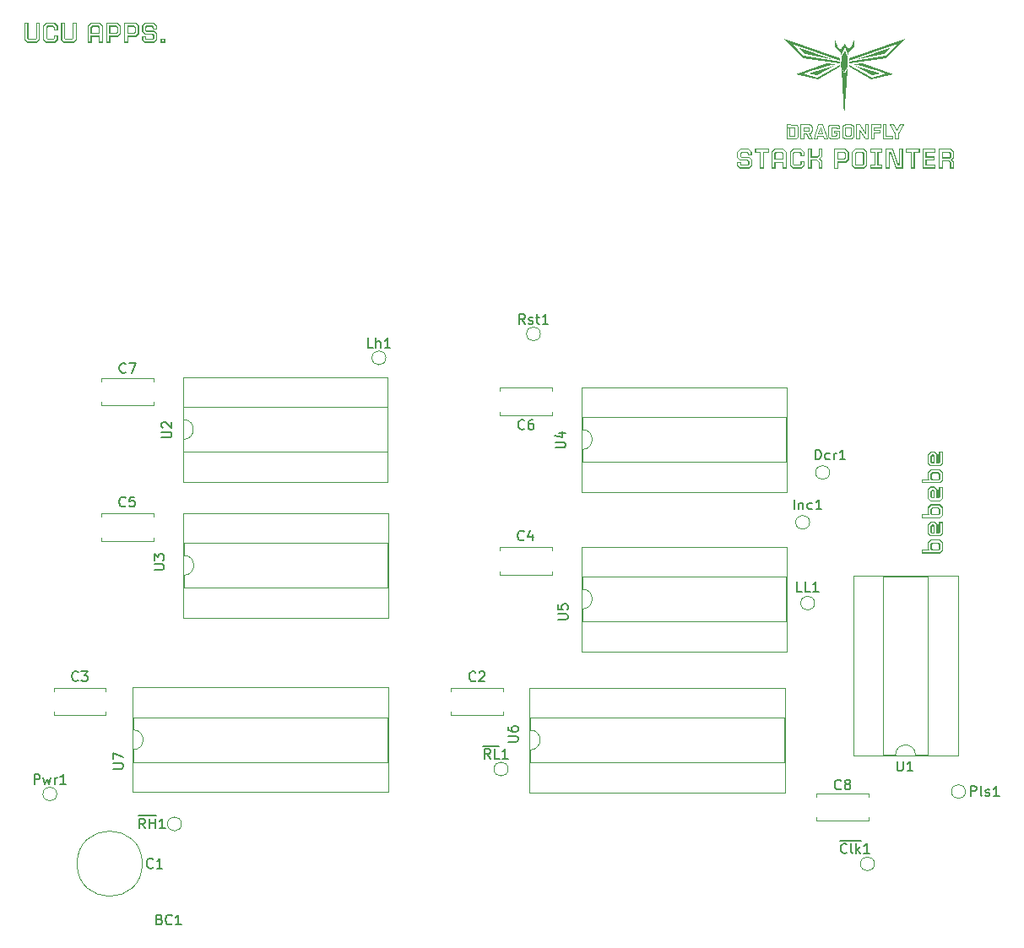
<source format=gbr>
%TF.GenerationSoftware,KiCad,Pcbnew,9.0.5*%
%TF.CreationDate,2025-11-19T18:54:23+02:00*%
%TF.ProjectId,step_counter,73746570-5f63-46f7-956e-7465722e6b69,rev?*%
%TF.SameCoordinates,Original*%
%TF.FileFunction,Legend,Top*%
%TF.FilePolarity,Positive*%
%FSLAX46Y46*%
G04 Gerber Fmt 4.6, Leading zero omitted, Abs format (unit mm)*
G04 Created by KiCad (PCBNEW 9.0.5) date 2025-11-19 18:54:23*
%MOMM*%
%LPD*%
G01*
G04 APERTURE LIST*
%ADD10C,0.000000*%
%ADD11C,0.052916*%
%ADD12C,0.150000*%
%ADD13C,0.120000*%
G04 APERTURE END LIST*
D10*
G36*
X195116249Y-41544167D02*
G01*
X192840832Y-42099791D01*
X190671249Y-40776875D01*
X190697707Y-40618125D01*
X192920207Y-41861667D01*
X194366155Y-41512416D01*
X193987269Y-41374156D01*
X193629487Y-41249368D01*
X193293271Y-41137426D01*
X192979081Y-41037700D01*
X192687378Y-40949563D01*
X192418623Y-40872386D01*
X192173276Y-40805541D01*
X191951799Y-40748399D01*
X191754652Y-40700333D01*
X191582296Y-40660714D01*
X191313802Y-40604304D01*
X191094582Y-40565208D01*
X192047082Y-40459375D01*
X195116249Y-41544167D01*
G37*
D11*
X188448749Y-48000000D02*
X188104791Y-48000000D01*
X188025416Y-47735417D01*
X187496249Y-47735417D01*
X187416874Y-48000000D01*
X187079530Y-47997090D01*
X187575624Y-46597709D01*
X187946041Y-46597709D01*
X188448749Y-48000000D01*
X187946041Y-47470833D02*
X187575624Y-47470833D01*
X187760832Y-46915208D01*
X187946041Y-47470833D01*
X194353985Y-47727479D02*
X194987397Y-47730919D01*
X194983957Y-48000000D01*
X194031457Y-48000000D01*
X194031457Y-46597709D01*
X194348957Y-46597709D01*
X194353985Y-47727479D01*
X193819790Y-46597709D02*
X193819790Y-46888750D01*
X193158333Y-46888750D01*
X193158333Y-47179792D01*
X193713957Y-47179792D01*
X193713957Y-47444375D01*
X193158333Y-47444375D01*
X193158333Y-48000000D01*
X192840832Y-48000000D01*
X192849034Y-46594269D01*
X193819790Y-46597709D01*
D10*
G36*
X190512499Y-41147291D02*
G01*
X190207169Y-45819040D01*
X189930416Y-41120833D01*
X189903957Y-40988542D01*
X190142082Y-41464792D01*
X190220399Y-44327319D01*
X190274374Y-41464792D01*
X190538957Y-40988542D01*
X190512499Y-41147291D01*
G37*
G36*
X194163749Y-39559792D02*
G01*
X191491457Y-40062500D01*
X194878124Y-38871875D01*
X194163749Y-39559792D01*
G37*
D11*
X186556076Y-46887860D02*
X186560562Y-46888262D01*
X186562931Y-46888642D01*
X186565358Y-46889165D01*
X186567823Y-46889846D01*
X186570307Y-46890702D01*
X186572790Y-46891749D01*
X186575252Y-46893004D01*
X186577675Y-46894484D01*
X186580039Y-46896205D01*
X186582324Y-46898183D01*
X186584510Y-46900435D01*
X186586578Y-46902978D01*
X186588509Y-46905828D01*
X186590283Y-46909002D01*
X186591881Y-46912516D01*
X186593282Y-46916386D01*
X186594468Y-46920630D01*
X186595419Y-46925263D01*
X186596115Y-46930303D01*
X186596537Y-46935765D01*
X186596666Y-46941667D01*
X186596666Y-47179792D01*
X186596302Y-47182022D01*
X186595773Y-47184584D01*
X186594946Y-47187911D01*
X186593772Y-47191852D01*
X186592201Y-47196256D01*
X186590184Y-47200973D01*
X186588992Y-47203402D01*
X186587670Y-47205853D01*
X186586212Y-47208307D01*
X186584611Y-47210746D01*
X186582861Y-47213150D01*
X186580956Y-47215500D01*
X186578890Y-47217779D01*
X186576657Y-47219966D01*
X186574250Y-47222044D01*
X186571663Y-47223994D01*
X186568890Y-47225796D01*
X186565925Y-47227432D01*
X186562761Y-47228883D01*
X186559393Y-47230131D01*
X186555814Y-47231156D01*
X186552017Y-47231940D01*
X186547998Y-47232464D01*
X186543749Y-47232708D01*
X186067499Y-47232708D01*
X186067499Y-46888750D01*
X186543749Y-46888750D01*
X186546034Y-46888344D01*
X186548655Y-46888033D01*
X186552055Y-46887828D01*
X186556076Y-46887860D01*
X195433748Y-47153333D02*
X195724791Y-46597709D01*
X196095207Y-46597709D01*
X195566041Y-47497291D01*
X195566041Y-48000000D01*
X195274999Y-48000000D01*
X195271294Y-47501789D01*
X194745832Y-46597709D01*
X195116249Y-46597709D01*
X195433748Y-47153333D01*
X190815916Y-46598744D02*
X190830127Y-46600602D01*
X190848569Y-46603856D01*
X190870403Y-46608882D01*
X190894791Y-46616056D01*
X190920893Y-46625755D01*
X190934325Y-46631669D01*
X190947871Y-46638355D01*
X190961426Y-46645861D01*
X190974886Y-46654232D01*
X190988145Y-46663518D01*
X191001100Y-46673763D01*
X191013644Y-46685017D01*
X191025673Y-46697324D01*
X191037083Y-46710734D01*
X191047768Y-46725291D01*
X191057623Y-46741045D01*
X191066544Y-46758041D01*
X191074427Y-46776327D01*
X191081165Y-46795950D01*
X191086654Y-46816957D01*
X191090790Y-46839394D01*
X191093468Y-46863310D01*
X191094582Y-46888750D01*
X191101462Y-47733300D01*
X191099871Y-47744463D01*
X191097377Y-47757276D01*
X191093301Y-47773893D01*
X191087305Y-47793553D01*
X191079054Y-47815495D01*
X191068208Y-47838957D01*
X191061708Y-47851020D01*
X191054432Y-47863177D01*
X191046339Y-47875334D01*
X191037388Y-47887394D01*
X191027535Y-47899264D01*
X191016738Y-47910847D01*
X191004956Y-47922048D01*
X190992146Y-47932773D01*
X190978267Y-47942926D01*
X190963275Y-47952412D01*
X190947129Y-47961135D01*
X190929787Y-47969001D01*
X190911206Y-47975914D01*
X190891345Y-47981779D01*
X190870160Y-47986501D01*
X190847611Y-47989984D01*
X190823655Y-47992134D01*
X190798250Y-47992856D01*
X190268024Y-47993385D01*
X190255178Y-47991808D01*
X190240421Y-47989346D01*
X190221263Y-47985332D01*
X190198573Y-47979439D01*
X190173216Y-47971340D01*
X190146060Y-47960708D01*
X190132079Y-47954340D01*
X190117972Y-47947216D01*
X190103850Y-47939295D01*
X190089819Y-47930536D01*
X190075989Y-47920898D01*
X190062468Y-47910341D01*
X190049364Y-47898824D01*
X190036786Y-47886305D01*
X190024842Y-47872745D01*
X190013640Y-47858101D01*
X190003288Y-47842333D01*
X189993896Y-47825400D01*
X189985572Y-47807262D01*
X189978423Y-47787876D01*
X189972558Y-47767204D01*
X189968086Y-47745203D01*
X189965115Y-47721832D01*
X189963754Y-47697052D01*
X189958884Y-47385687D01*
X189956940Y-47128396D01*
X189956874Y-46888750D01*
X189958696Y-46877221D01*
X189961545Y-46863932D01*
X189966192Y-46846624D01*
X189973020Y-46826044D01*
X189982407Y-46802942D01*
X189988180Y-46790678D01*
X189994736Y-46778064D01*
X190002122Y-46765193D01*
X190010386Y-46752159D01*
X190019576Y-46739055D01*
X190029738Y-46725975D01*
X190040922Y-46713013D01*
X190053173Y-46700261D01*
X190066541Y-46687813D01*
X190081071Y-46675763D01*
X190096813Y-46664204D01*
X190113813Y-46653230D01*
X190132120Y-46642934D01*
X190151780Y-46633410D01*
X190172841Y-46624751D01*
X190195352Y-46617051D01*
X190219358Y-46610403D01*
X190244909Y-46604901D01*
X190272051Y-46600639D01*
X190300832Y-46597709D01*
X190803541Y-46597709D01*
X190815916Y-46598744D01*
X185223743Y-46603000D02*
X185265750Y-46614100D01*
X185286118Y-46620692D01*
X185308868Y-46629543D01*
X185333217Y-46641019D01*
X185345747Y-46647856D01*
X185358383Y-46655487D01*
X185371027Y-46663957D01*
X185383583Y-46673313D01*
X185395951Y-46683600D01*
X185408034Y-46694863D01*
X185419735Y-46707149D01*
X185430955Y-46720504D01*
X185441596Y-46734972D01*
X185451562Y-46750601D01*
X185460753Y-46767435D01*
X185469073Y-46785521D01*
X185476423Y-46804905D01*
X185482706Y-46825631D01*
X185487823Y-46847746D01*
X185491677Y-46871296D01*
X185494171Y-46896326D01*
X185495206Y-46922883D01*
X185503937Y-47692026D01*
X185504320Y-47705162D01*
X185503960Y-47720244D01*
X185502486Y-47739812D01*
X185499339Y-47762976D01*
X185493961Y-47788843D01*
X185490260Y-47802512D01*
X185485791Y-47816522D01*
X185480484Y-47830762D01*
X185474271Y-47845121D01*
X185467079Y-47859486D01*
X185458840Y-47873747D01*
X185449484Y-47887792D01*
X185438941Y-47901509D01*
X185427141Y-47914788D01*
X185414013Y-47927516D01*
X185399489Y-47939582D01*
X185383498Y-47950875D01*
X185365970Y-47961283D01*
X185346836Y-47970695D01*
X185326024Y-47978999D01*
X185303467Y-47986084D01*
X185279093Y-47991838D01*
X185252833Y-47996150D01*
X185224617Y-47998908D01*
X185194374Y-48000001D01*
X184659155Y-48000894D01*
X184374166Y-48000001D01*
X184374166Y-47708958D01*
X184374166Y-46888750D01*
X184665208Y-46888750D01*
X184665208Y-47708958D01*
X184873236Y-47709950D01*
X185025744Y-47710074D01*
X185114999Y-47708958D01*
X185119184Y-47708498D01*
X185123303Y-47707631D01*
X185127351Y-47706385D01*
X185131324Y-47704788D01*
X185135217Y-47702867D01*
X185139027Y-47700651D01*
X185142748Y-47698166D01*
X185146377Y-47695440D01*
X185149909Y-47692501D01*
X185153340Y-47689376D01*
X185156665Y-47686094D01*
X185159880Y-47682681D01*
X185165963Y-47675575D01*
X185171554Y-47668279D01*
X185176618Y-47661014D01*
X185181119Y-47654001D01*
X185185024Y-47647460D01*
X185188297Y-47641614D01*
X185192808Y-47632886D01*
X185194374Y-47629583D01*
X185195664Y-47303980D01*
X185195825Y-47069803D01*
X185194374Y-46941667D01*
X185193844Y-46937209D01*
X185192916Y-46933006D01*
X185191618Y-46929052D01*
X185189976Y-46925340D01*
X185188018Y-46921860D01*
X185185772Y-46918607D01*
X185183264Y-46915573D01*
X185180521Y-46912749D01*
X185177571Y-46910128D01*
X185174440Y-46907704D01*
X185171157Y-46905468D01*
X185167748Y-46903413D01*
X185164240Y-46901532D01*
X185160661Y-46899816D01*
X185153397Y-46896853D01*
X185146173Y-46894463D01*
X185139207Y-46892587D01*
X185132716Y-46891164D01*
X185126918Y-46890135D01*
X185118269Y-46889016D01*
X185114999Y-46888750D01*
X184665208Y-46888750D01*
X184374166Y-46888750D01*
X184374166Y-46597709D01*
X185223743Y-46603000D01*
D10*
G36*
X187477993Y-41644973D02*
G01*
X186649583Y-41491250D01*
X189110207Y-40697500D01*
X187477993Y-41644973D01*
G37*
D11*
X192575455Y-47997618D02*
X192275683Y-47982537D01*
X191671110Y-47120788D01*
X191664230Y-47996824D01*
X191359166Y-48000000D01*
X191359166Y-46597709D01*
X191665289Y-46598766D01*
X192258749Y-47470833D01*
X192258749Y-46597709D01*
X192576249Y-46597709D01*
X192575455Y-47997618D01*
D10*
G36*
X189321874Y-40565208D02*
G01*
X189102654Y-40604304D01*
X188834160Y-40660714D01*
X188661804Y-40700333D01*
X188464657Y-40748399D01*
X188243180Y-40805541D01*
X187997834Y-40872386D01*
X187729078Y-40949563D01*
X187437375Y-41037700D01*
X187123185Y-41137426D01*
X186786969Y-41249368D01*
X186429188Y-41374156D01*
X186050301Y-41512416D01*
X187496249Y-41861667D01*
X189718749Y-40618125D01*
X189745207Y-40776875D01*
X187575624Y-42099791D01*
X185300208Y-41544167D01*
X188369374Y-40459375D01*
X189321874Y-40565208D01*
G37*
D11*
X189391725Y-46609086D02*
X189407678Y-46610009D01*
X189423287Y-46612320D01*
X189438539Y-46615925D01*
X189453425Y-46620732D01*
X189467934Y-46626648D01*
X189482055Y-46633581D01*
X189495778Y-46641436D01*
X189509092Y-46650121D01*
X189521987Y-46659543D01*
X189534452Y-46669610D01*
X189546476Y-46680227D01*
X189558049Y-46691304D01*
X189569161Y-46702746D01*
X189579800Y-46714460D01*
X189599621Y-46738335D01*
X189617426Y-46762184D01*
X189633131Y-46785266D01*
X189646651Y-46806836D01*
X189657903Y-46826152D01*
X189673263Y-46855044D01*
X189678533Y-46865996D01*
X189692291Y-47021042D01*
X189374791Y-47021042D01*
X189374753Y-47022782D01*
X189374691Y-47021273D01*
X189374791Y-46968125D01*
X189374662Y-46961635D01*
X189374240Y-46955504D01*
X189373544Y-46949723D01*
X189372593Y-46944280D01*
X189371407Y-46939166D01*
X189370006Y-46934371D01*
X189368408Y-46929884D01*
X189366634Y-46925696D01*
X189364703Y-46921798D01*
X189362635Y-46918177D01*
X189360449Y-46914826D01*
X189358164Y-46911733D01*
X189355800Y-46908889D01*
X189353377Y-46906283D01*
X189350915Y-46903906D01*
X189348432Y-46901748D01*
X189345948Y-46899798D01*
X189343483Y-46898046D01*
X189341056Y-46896483D01*
X189338687Y-46895098D01*
X189334200Y-46892824D01*
X189330179Y-46891144D01*
X189326780Y-46889976D01*
X189324159Y-46889242D01*
X189321874Y-46888750D01*
X188924999Y-46888750D01*
X188919121Y-46888925D01*
X188913679Y-46889388D01*
X188908657Y-46890119D01*
X188904038Y-46891100D01*
X188899807Y-46892311D01*
X188895946Y-46893732D01*
X188892440Y-46895345D01*
X188889272Y-46897130D01*
X188886426Y-46899068D01*
X188883885Y-46901141D01*
X188881632Y-46903327D01*
X188879653Y-46905610D01*
X188877930Y-46907968D01*
X188876446Y-46910383D01*
X188875186Y-46912836D01*
X188874133Y-46915308D01*
X188873270Y-46917778D01*
X188872582Y-46920229D01*
X188872052Y-46922641D01*
X188871664Y-46924994D01*
X188871246Y-46929447D01*
X188871198Y-46933436D01*
X188871388Y-46936806D01*
X188871686Y-46939404D01*
X188872082Y-46941667D01*
X188872082Y-47656041D01*
X188872287Y-47660965D01*
X188872930Y-47665574D01*
X188873983Y-47669878D01*
X188875417Y-47673888D01*
X188877202Y-47677614D01*
X188879309Y-47681066D01*
X188881709Y-47684255D01*
X188884373Y-47687192D01*
X188887271Y-47689886D01*
X188890375Y-47692349D01*
X188893654Y-47694590D01*
X188897081Y-47696620D01*
X188900625Y-47698450D01*
X188904257Y-47700090D01*
X188907949Y-47701549D01*
X188911671Y-47702840D01*
X188919087Y-47704954D01*
X188926273Y-47706516D01*
X188932994Y-47707610D01*
X188939018Y-47708317D01*
X188948036Y-47708909D01*
X188951457Y-47708958D01*
X189321874Y-47708958D01*
X189327194Y-47708760D01*
X189332148Y-47708277D01*
X189336750Y-47707528D01*
X189341012Y-47706532D01*
X189344947Y-47705309D01*
X189348569Y-47703878D01*
X189351890Y-47702257D01*
X189354922Y-47700467D01*
X189357680Y-47698524D01*
X189360175Y-47696450D01*
X189362420Y-47694263D01*
X189364430Y-47691982D01*
X189366215Y-47689627D01*
X189367790Y-47687215D01*
X189369167Y-47684767D01*
X189370359Y-47682301D01*
X189371379Y-47679837D01*
X189372240Y-47677394D01*
X189372954Y-47674990D01*
X189373535Y-47672645D01*
X189374348Y-47668208D01*
X189374782Y-47664235D01*
X189374941Y-47660879D01*
X189374926Y-47658293D01*
X189374791Y-47656041D01*
X189374791Y-47446492D01*
X189110207Y-47444375D01*
X189110207Y-47206250D01*
X189674034Y-47205983D01*
X189680715Y-47404487D01*
X189684080Y-47578575D01*
X189684315Y-47662732D01*
X189683030Y-47736738D01*
X189681838Y-47753737D01*
X189679408Y-47770065D01*
X189675825Y-47785730D01*
X189671172Y-47800740D01*
X189665533Y-47815104D01*
X189658991Y-47828831D01*
X189651630Y-47841929D01*
X189643533Y-47854407D01*
X189634784Y-47866275D01*
X189625467Y-47877539D01*
X189615665Y-47888210D01*
X189605463Y-47898296D01*
X189594943Y-47907805D01*
X189584189Y-47916746D01*
X189573285Y-47925128D01*
X189562314Y-47932960D01*
X189540508Y-47947006D01*
X189519438Y-47958955D01*
X189499775Y-47968875D01*
X189482187Y-47976835D01*
X189455911Y-47987157D01*
X189445964Y-47990474D01*
X189264096Y-47993120D01*
X189066118Y-47993153D01*
X188822870Y-47989416D01*
X188800615Y-47988175D01*
X188779613Y-47985605D01*
X188759829Y-47981793D01*
X188741227Y-47976831D01*
X188723772Y-47970808D01*
X188707427Y-47963815D01*
X188692156Y-47955940D01*
X188677924Y-47947273D01*
X188664695Y-47937906D01*
X188652432Y-47927926D01*
X188641100Y-47917425D01*
X188630663Y-47906491D01*
X188621086Y-47895216D01*
X188612331Y-47883688D01*
X188604364Y-47871997D01*
X188597148Y-47860234D01*
X188590647Y-47848488D01*
X188584826Y-47836848D01*
X188575079Y-47814249D01*
X188567620Y-47793156D01*
X188562161Y-47774286D01*
X188558414Y-47758358D01*
X188556094Y-47746092D01*
X188554583Y-47735417D01*
X188554583Y-46888750D01*
X188555969Y-46864347D01*
X188559156Y-46841412D01*
X188564022Y-46819898D01*
X188570445Y-46799762D01*
X188578306Y-46780957D01*
X188587483Y-46763438D01*
X188597855Y-46747159D01*
X188609302Y-46732075D01*
X188621702Y-46718141D01*
X188634935Y-46705311D01*
X188648879Y-46693539D01*
X188663413Y-46682781D01*
X188678418Y-46672990D01*
X188693771Y-46664122D01*
X188709353Y-46656131D01*
X188725041Y-46648971D01*
X188756254Y-46636964D01*
X188786445Y-46627737D01*
X188814645Y-46620927D01*
X188839886Y-46616171D01*
X188861203Y-46613104D01*
X188877627Y-46611364D01*
X188891927Y-46610408D01*
X189078921Y-46608853D01*
X189242863Y-46608287D01*
X189391725Y-46609086D01*
X186660973Y-46598386D02*
X186674045Y-46599854D01*
X186690998Y-46602628D01*
X186711055Y-46607123D01*
X186733438Y-46613754D01*
X186745259Y-46618000D01*
X186757370Y-46622935D01*
X186769673Y-46628611D01*
X186782073Y-46635081D01*
X186794470Y-46642395D01*
X186806769Y-46650606D01*
X186818873Y-46659766D01*
X186830683Y-46669926D01*
X186842102Y-46681138D01*
X186853035Y-46693455D01*
X186863382Y-46706927D01*
X186873048Y-46721608D01*
X186881935Y-46737548D01*
X186889945Y-46754799D01*
X186896982Y-46773413D01*
X186902949Y-46793443D01*
X186907748Y-46814940D01*
X186911282Y-46837955D01*
X186913453Y-46862542D01*
X186914166Y-46888750D01*
X186914166Y-47232708D01*
X186912260Y-47241277D01*
X186909520Y-47251276D01*
X186905269Y-47264450D01*
X186899270Y-47280325D01*
X186891284Y-47298425D01*
X186881071Y-47318276D01*
X186875055Y-47328709D01*
X186868393Y-47339401D01*
X186861055Y-47350294D01*
X186853011Y-47361327D01*
X186844232Y-47372441D01*
X186834688Y-47383577D01*
X186824348Y-47394676D01*
X186813182Y-47405678D01*
X186801162Y-47416523D01*
X186788257Y-47427152D01*
X186774438Y-47437506D01*
X186759674Y-47447526D01*
X186743935Y-47457151D01*
X186727192Y-47466324D01*
X186709416Y-47474983D01*
X186690575Y-47483071D01*
X186670641Y-47490526D01*
X186649583Y-47497291D01*
X186660812Y-47518218D01*
X186692888Y-47572731D01*
X186792028Y-47737665D01*
X186937449Y-47977246D01*
X186613070Y-47983861D01*
X186332083Y-47497291D01*
X186067500Y-47497291D01*
X186067500Y-48000000D01*
X185750000Y-48000000D01*
X185750000Y-46597709D01*
X185776458Y-46597709D01*
X186649583Y-46597709D01*
X186660973Y-46598386D01*
D10*
G36*
X191147499Y-38818958D02*
G01*
X190565416Y-39401042D01*
X190618332Y-39718542D01*
X190221457Y-38818958D01*
X189798124Y-39718542D01*
X189851041Y-39401042D01*
X189268957Y-38818958D01*
X189216041Y-38078125D01*
X189452313Y-38684550D01*
X189505809Y-38756889D01*
X189561088Y-38829853D01*
X189625086Y-38911827D01*
X189690077Y-38991172D01*
X189720529Y-39026221D01*
X189748333Y-39056248D01*
X189772521Y-39079798D01*
X189792127Y-39095416D01*
X189799911Y-39099796D01*
X189806187Y-39101647D01*
X189810835Y-39100787D01*
X189813734Y-39097036D01*
X189821319Y-39081266D01*
X189835529Y-39055861D01*
X189880195Y-38981950D01*
X189940462Y-38886918D01*
X190009063Y-38782380D01*
X190078731Y-38679950D01*
X190142198Y-38591243D01*
X190169335Y-38555666D01*
X190192196Y-38527874D01*
X190209873Y-38509321D01*
X190216484Y-38503963D01*
X190221457Y-38501458D01*
X190226460Y-38502250D01*
X190233152Y-38506505D01*
X190251121Y-38524492D01*
X190274393Y-38553589D01*
X190301998Y-38591966D01*
X190366332Y-38689238D01*
X190436365Y-38801661D01*
X190562497Y-39013390D01*
X190618332Y-39110000D01*
X190962291Y-38713125D01*
X191200416Y-38078125D01*
X191147499Y-38818958D01*
G37*
G36*
X193766874Y-41491250D02*
G01*
X192938463Y-41644973D01*
X191306249Y-40697500D01*
X193766874Y-41491250D01*
G37*
G36*
X190275697Y-40028632D02*
G01*
X190276490Y-40637439D01*
X190213784Y-40835348D01*
X190212991Y-40834024D01*
X190135733Y-40644582D01*
X190142082Y-40036041D01*
X190206641Y-39823845D01*
X190275697Y-40028632D01*
G37*
G36*
X188924999Y-40062500D02*
G01*
X186252708Y-39559792D01*
X185538333Y-38871875D01*
X188924999Y-40062500D01*
G37*
G36*
X194401874Y-39956667D02*
G01*
X190671249Y-40485833D01*
X190671249Y-40327083D01*
X194296040Y-39718542D01*
X194886656Y-39129778D01*
X195287905Y-38721319D01*
X195416717Y-38584090D01*
X195450883Y-38544166D01*
X195458869Y-38532869D01*
X195460207Y-38527917D01*
X194706467Y-38776865D01*
X193070424Y-39341576D01*
X190697707Y-40168333D01*
X190697707Y-39930208D01*
X196280415Y-37972292D01*
X194401874Y-39956667D01*
G37*
D11*
X190753054Y-46888788D02*
X190755545Y-46888963D01*
X190758785Y-46889354D01*
X190762629Y-46890045D01*
X190766934Y-46891122D01*
X190769215Y-46891831D01*
X190771557Y-46892669D01*
X190773943Y-46893644D01*
X190776355Y-46894769D01*
X190778774Y-46896054D01*
X190781183Y-46897509D01*
X190783564Y-46899145D01*
X190785899Y-46900972D01*
X190788170Y-46903001D01*
X190790360Y-46905242D01*
X190792449Y-46907707D01*
X190794421Y-46910405D01*
X190796257Y-46913347D01*
X190797939Y-46916544D01*
X190799450Y-46920006D01*
X190800772Y-46923744D01*
X190801886Y-46927769D01*
X190802775Y-46932091D01*
X190803421Y-46936720D01*
X190803805Y-46941667D01*
X190804727Y-47072259D01*
X190804434Y-47306163D01*
X190803277Y-47629583D01*
X190803738Y-47632962D01*
X190804107Y-47636841D01*
X190804384Y-47641874D01*
X190804433Y-47647833D01*
X190804114Y-47654489D01*
X190803289Y-47661612D01*
X190802644Y-47665277D01*
X190801821Y-47668973D01*
X190800803Y-47672671D01*
X190799572Y-47676344D01*
X190798111Y-47679961D01*
X190796403Y-47683494D01*
X190794431Y-47686916D01*
X190792178Y-47690197D01*
X190789625Y-47693308D01*
X190786757Y-47696221D01*
X190783555Y-47698907D01*
X190780002Y-47701338D01*
X190776082Y-47703485D01*
X190771777Y-47705320D01*
X190767069Y-47706813D01*
X190761942Y-47707936D01*
X190756378Y-47708661D01*
X190750360Y-47708958D01*
X190353485Y-47708958D01*
X190350107Y-47709137D01*
X190341194Y-47709099D01*
X190335235Y-47708729D01*
X190328579Y-47707982D01*
X190321456Y-47706749D01*
X190314095Y-47704923D01*
X190310397Y-47703755D01*
X190306724Y-47702397D01*
X190303107Y-47700837D01*
X190299573Y-47699062D01*
X190296152Y-47697058D01*
X190292871Y-47694811D01*
X190289760Y-47692308D01*
X190286847Y-47689536D01*
X190284161Y-47686481D01*
X190281730Y-47683129D01*
X190279583Y-47679468D01*
X190277749Y-47675483D01*
X190276256Y-47671162D01*
X190275132Y-47666490D01*
X190274408Y-47661454D01*
X190274110Y-47656041D01*
X190274639Y-46968125D01*
X190274221Y-46964801D01*
X190273899Y-46960981D01*
X190273680Y-46956020D01*
X190273696Y-46950142D01*
X190274081Y-46943568D01*
X190274968Y-46936524D01*
X190275642Y-46932895D01*
X190276491Y-46929231D01*
X190277532Y-46925562D01*
X190278783Y-46921914D01*
X190280259Y-46918316D01*
X190281977Y-46914795D01*
X190283954Y-46911380D01*
X190286207Y-46908098D01*
X190288751Y-46904977D01*
X190291605Y-46902046D01*
X190294785Y-46899331D01*
X190298306Y-46896861D01*
X190302187Y-46894665D01*
X190306443Y-46892769D01*
X190311091Y-46891201D01*
X190316148Y-46889990D01*
X190321631Y-46889164D01*
X190327556Y-46888750D01*
X190750889Y-46888750D01*
X190753054Y-46888788D01*
D10*
G36*
X189718749Y-39930208D02*
G01*
X189718749Y-40168333D01*
X187346032Y-39341576D01*
X185709989Y-38776865D01*
X184956249Y-38527917D01*
X184957587Y-38532869D01*
X184965574Y-38544166D01*
X184999739Y-38584090D01*
X185128551Y-38721319D01*
X185529800Y-39129778D01*
X186120416Y-39718542D01*
X189745207Y-40327083D01*
X189745207Y-40485833D01*
X186014583Y-39956667D01*
X184136041Y-37972292D01*
X189718749Y-39930208D01*
G37*
G36*
X190538957Y-39797917D02*
G01*
X190529168Y-40769731D01*
X190194999Y-41358958D01*
X189866386Y-40764440D01*
X189877499Y-39797917D01*
X190209022Y-39206309D01*
X190538957Y-39797917D01*
G37*
D12*
X113333333Y-102335315D02*
X113285714Y-102382935D01*
X113285714Y-102382935D02*
X113142857Y-102430554D01*
X113142857Y-102430554D02*
X113047619Y-102430554D01*
X113047619Y-102430554D02*
X112904762Y-102382935D01*
X112904762Y-102382935D02*
X112809524Y-102287696D01*
X112809524Y-102287696D02*
X112761905Y-102192458D01*
X112761905Y-102192458D02*
X112714286Y-102001982D01*
X112714286Y-102001982D02*
X112714286Y-101859125D01*
X112714286Y-101859125D02*
X112761905Y-101668649D01*
X112761905Y-101668649D02*
X112809524Y-101573411D01*
X112809524Y-101573411D02*
X112904762Y-101478173D01*
X112904762Y-101478173D02*
X113047619Y-101430554D01*
X113047619Y-101430554D02*
X113142857Y-101430554D01*
X113142857Y-101430554D02*
X113285714Y-101478173D01*
X113285714Y-101478173D02*
X113333333Y-101525792D01*
X113666667Y-101430554D02*
X114285714Y-101430554D01*
X114285714Y-101430554D02*
X113952381Y-101811506D01*
X113952381Y-101811506D02*
X114095238Y-101811506D01*
X114095238Y-101811506D02*
X114190476Y-101859125D01*
X114190476Y-101859125D02*
X114238095Y-101906744D01*
X114238095Y-101906744D02*
X114285714Y-102001982D01*
X114285714Y-102001982D02*
X114285714Y-102240077D01*
X114285714Y-102240077D02*
X114238095Y-102335315D01*
X114238095Y-102335315D02*
X114190476Y-102382935D01*
X114190476Y-102382935D02*
X114095238Y-102430554D01*
X114095238Y-102430554D02*
X113809524Y-102430554D01*
X113809524Y-102430554D02*
X113714286Y-102382935D01*
X113714286Y-102382935D02*
X113666667Y-102335315D01*
X153183333Y-102359580D02*
X153135714Y-102407200D01*
X153135714Y-102407200D02*
X152992857Y-102454819D01*
X152992857Y-102454819D02*
X152897619Y-102454819D01*
X152897619Y-102454819D02*
X152754762Y-102407200D01*
X152754762Y-102407200D02*
X152659524Y-102311961D01*
X152659524Y-102311961D02*
X152611905Y-102216723D01*
X152611905Y-102216723D02*
X152564286Y-102026247D01*
X152564286Y-102026247D02*
X152564286Y-101883390D01*
X152564286Y-101883390D02*
X152611905Y-101692914D01*
X152611905Y-101692914D02*
X152659524Y-101597676D01*
X152659524Y-101597676D02*
X152754762Y-101502438D01*
X152754762Y-101502438D02*
X152897619Y-101454819D01*
X152897619Y-101454819D02*
X152992857Y-101454819D01*
X152992857Y-101454819D02*
X153135714Y-101502438D01*
X153135714Y-101502438D02*
X153183333Y-101550057D01*
X153564286Y-101550057D02*
X153611905Y-101502438D01*
X153611905Y-101502438D02*
X153707143Y-101454819D01*
X153707143Y-101454819D02*
X153945238Y-101454819D01*
X153945238Y-101454819D02*
X154040476Y-101502438D01*
X154040476Y-101502438D02*
X154088095Y-101550057D01*
X154088095Y-101550057D02*
X154135714Y-101645295D01*
X154135714Y-101645295D02*
X154135714Y-101740533D01*
X154135714Y-101740533D02*
X154088095Y-101883390D01*
X154088095Y-101883390D02*
X153516667Y-102454819D01*
X153516667Y-102454819D02*
X154135714Y-102454819D01*
X185142857Y-85204819D02*
X185142857Y-84204819D01*
X185619047Y-84538152D02*
X185619047Y-85204819D01*
X185619047Y-84633390D02*
X185666666Y-84585771D01*
X185666666Y-84585771D02*
X185761904Y-84538152D01*
X185761904Y-84538152D02*
X185904761Y-84538152D01*
X185904761Y-84538152D02*
X185999999Y-84585771D01*
X185999999Y-84585771D02*
X186047618Y-84681009D01*
X186047618Y-84681009D02*
X186047618Y-85204819D01*
X186952380Y-85157200D02*
X186857142Y-85204819D01*
X186857142Y-85204819D02*
X186666666Y-85204819D01*
X186666666Y-85204819D02*
X186571428Y-85157200D01*
X186571428Y-85157200D02*
X186523809Y-85109580D01*
X186523809Y-85109580D02*
X186476190Y-85014342D01*
X186476190Y-85014342D02*
X186476190Y-84728628D01*
X186476190Y-84728628D02*
X186523809Y-84633390D01*
X186523809Y-84633390D02*
X186571428Y-84585771D01*
X186571428Y-84585771D02*
X186666666Y-84538152D01*
X186666666Y-84538152D02*
X186857142Y-84538152D01*
X186857142Y-84538152D02*
X186952380Y-84585771D01*
X187904761Y-85204819D02*
X187333333Y-85204819D01*
X187619047Y-85204819D02*
X187619047Y-84204819D01*
X187619047Y-84204819D02*
X187523809Y-84347676D01*
X187523809Y-84347676D02*
X187428571Y-84442914D01*
X187428571Y-84442914D02*
X187333333Y-84490533D01*
X189833333Y-113209580D02*
X189785714Y-113257200D01*
X189785714Y-113257200D02*
X189642857Y-113304819D01*
X189642857Y-113304819D02*
X189547619Y-113304819D01*
X189547619Y-113304819D02*
X189404762Y-113257200D01*
X189404762Y-113257200D02*
X189309524Y-113161961D01*
X189309524Y-113161961D02*
X189261905Y-113066723D01*
X189261905Y-113066723D02*
X189214286Y-112876247D01*
X189214286Y-112876247D02*
X189214286Y-112733390D01*
X189214286Y-112733390D02*
X189261905Y-112542914D01*
X189261905Y-112542914D02*
X189309524Y-112447676D01*
X189309524Y-112447676D02*
X189404762Y-112352438D01*
X189404762Y-112352438D02*
X189547619Y-112304819D01*
X189547619Y-112304819D02*
X189642857Y-112304819D01*
X189642857Y-112304819D02*
X189785714Y-112352438D01*
X189785714Y-112352438D02*
X189833333Y-112400057D01*
X190404762Y-112733390D02*
X190309524Y-112685771D01*
X190309524Y-112685771D02*
X190261905Y-112638152D01*
X190261905Y-112638152D02*
X190214286Y-112542914D01*
X190214286Y-112542914D02*
X190214286Y-112495295D01*
X190214286Y-112495295D02*
X190261905Y-112400057D01*
X190261905Y-112400057D02*
X190309524Y-112352438D01*
X190309524Y-112352438D02*
X190404762Y-112304819D01*
X190404762Y-112304819D02*
X190595238Y-112304819D01*
X190595238Y-112304819D02*
X190690476Y-112352438D01*
X190690476Y-112352438D02*
X190738095Y-112400057D01*
X190738095Y-112400057D02*
X190785714Y-112495295D01*
X190785714Y-112495295D02*
X190785714Y-112542914D01*
X190785714Y-112542914D02*
X190738095Y-112638152D01*
X190738095Y-112638152D02*
X190690476Y-112685771D01*
X190690476Y-112685771D02*
X190595238Y-112733390D01*
X190595238Y-112733390D02*
X190404762Y-112733390D01*
X190404762Y-112733390D02*
X190309524Y-112781009D01*
X190309524Y-112781009D02*
X190261905Y-112828628D01*
X190261905Y-112828628D02*
X190214286Y-112923866D01*
X190214286Y-112923866D02*
X190214286Y-113114342D01*
X190214286Y-113114342D02*
X190261905Y-113209580D01*
X190261905Y-113209580D02*
X190309524Y-113257200D01*
X190309524Y-113257200D02*
X190404762Y-113304819D01*
X190404762Y-113304819D02*
X190595238Y-113304819D01*
X190595238Y-113304819D02*
X190690476Y-113257200D01*
X190690476Y-113257200D02*
X190738095Y-113209580D01*
X190738095Y-113209580D02*
X190785714Y-113114342D01*
X190785714Y-113114342D02*
X190785714Y-112923866D01*
X190785714Y-112923866D02*
X190738095Y-112828628D01*
X190738095Y-112828628D02*
X190690476Y-112781009D01*
X190690476Y-112781009D02*
X190595238Y-112733390D01*
X154678571Y-110204819D02*
X154345238Y-109728628D01*
X154107143Y-110204819D02*
X154107143Y-109204819D01*
X154107143Y-109204819D02*
X154488095Y-109204819D01*
X154488095Y-109204819D02*
X154583333Y-109252438D01*
X154583333Y-109252438D02*
X154630952Y-109300057D01*
X154630952Y-109300057D02*
X154678571Y-109395295D01*
X154678571Y-109395295D02*
X154678571Y-109538152D01*
X154678571Y-109538152D02*
X154630952Y-109633390D01*
X154630952Y-109633390D02*
X154583333Y-109681009D01*
X154583333Y-109681009D02*
X154488095Y-109728628D01*
X154488095Y-109728628D02*
X154107143Y-109728628D01*
X155583333Y-110204819D02*
X155107143Y-110204819D01*
X155107143Y-110204819D02*
X155107143Y-109204819D01*
X153969048Y-108927200D02*
X155578572Y-108927200D01*
X156440476Y-110204819D02*
X155869048Y-110204819D01*
X156154762Y-110204819D02*
X156154762Y-109204819D01*
X156154762Y-109204819D02*
X156059524Y-109347676D01*
X156059524Y-109347676D02*
X155964286Y-109442914D01*
X155964286Y-109442914D02*
X155869048Y-109490533D01*
X190416666Y-119609580D02*
X190369047Y-119657200D01*
X190369047Y-119657200D02*
X190226190Y-119704819D01*
X190226190Y-119704819D02*
X190130952Y-119704819D01*
X190130952Y-119704819D02*
X189988095Y-119657200D01*
X189988095Y-119657200D02*
X189892857Y-119561961D01*
X189892857Y-119561961D02*
X189845238Y-119466723D01*
X189845238Y-119466723D02*
X189797619Y-119276247D01*
X189797619Y-119276247D02*
X189797619Y-119133390D01*
X189797619Y-119133390D02*
X189845238Y-118942914D01*
X189845238Y-118942914D02*
X189892857Y-118847676D01*
X189892857Y-118847676D02*
X189988095Y-118752438D01*
X189988095Y-118752438D02*
X190130952Y-118704819D01*
X190130952Y-118704819D02*
X190226190Y-118704819D01*
X190226190Y-118704819D02*
X190369047Y-118752438D01*
X190369047Y-118752438D02*
X190416666Y-118800057D01*
X190988095Y-119704819D02*
X190892857Y-119657200D01*
X190892857Y-119657200D02*
X190845238Y-119561961D01*
X190845238Y-119561961D02*
X190845238Y-118704819D01*
X191369048Y-119704819D02*
X191369048Y-118704819D01*
X191464286Y-119323866D02*
X191750000Y-119704819D01*
X191750000Y-119038152D02*
X191369048Y-119419104D01*
X189707143Y-118427200D02*
X191840477Y-118427200D01*
X192702381Y-119704819D02*
X192130953Y-119704819D01*
X192416667Y-119704819D02*
X192416667Y-118704819D01*
X192416667Y-118704819D02*
X192321429Y-118847676D01*
X192321429Y-118847676D02*
X192226191Y-118942914D01*
X192226191Y-118942914D02*
X192130953Y-118990533D01*
X202845238Y-113954819D02*
X202845238Y-112954819D01*
X202845238Y-112954819D02*
X203226190Y-112954819D01*
X203226190Y-112954819D02*
X203321428Y-113002438D01*
X203321428Y-113002438D02*
X203369047Y-113050057D01*
X203369047Y-113050057D02*
X203416666Y-113145295D01*
X203416666Y-113145295D02*
X203416666Y-113288152D01*
X203416666Y-113288152D02*
X203369047Y-113383390D01*
X203369047Y-113383390D02*
X203321428Y-113431009D01*
X203321428Y-113431009D02*
X203226190Y-113478628D01*
X203226190Y-113478628D02*
X202845238Y-113478628D01*
X203988095Y-113954819D02*
X203892857Y-113907200D01*
X203892857Y-113907200D02*
X203845238Y-113811961D01*
X203845238Y-113811961D02*
X203845238Y-112954819D01*
X204321429Y-113907200D02*
X204416667Y-113954819D01*
X204416667Y-113954819D02*
X204607143Y-113954819D01*
X204607143Y-113954819D02*
X204702381Y-113907200D01*
X204702381Y-113907200D02*
X204750000Y-113811961D01*
X204750000Y-113811961D02*
X204750000Y-113764342D01*
X204750000Y-113764342D02*
X204702381Y-113669104D01*
X204702381Y-113669104D02*
X204607143Y-113621485D01*
X204607143Y-113621485D02*
X204464286Y-113621485D01*
X204464286Y-113621485D02*
X204369048Y-113573866D01*
X204369048Y-113573866D02*
X204321429Y-113478628D01*
X204321429Y-113478628D02*
X204321429Y-113431009D01*
X204321429Y-113431009D02*
X204369048Y-113335771D01*
X204369048Y-113335771D02*
X204464286Y-113288152D01*
X204464286Y-113288152D02*
X204607143Y-113288152D01*
X204607143Y-113288152D02*
X204702381Y-113335771D01*
X205702381Y-113954819D02*
X205130953Y-113954819D01*
X205416667Y-113954819D02*
X205416667Y-112954819D01*
X205416667Y-112954819D02*
X205321429Y-113097676D01*
X205321429Y-113097676D02*
X205226191Y-113192914D01*
X205226191Y-113192914D02*
X205130953Y-113240533D01*
X187273809Y-80204819D02*
X187273809Y-79204819D01*
X187273809Y-79204819D02*
X187511904Y-79204819D01*
X187511904Y-79204819D02*
X187654761Y-79252438D01*
X187654761Y-79252438D02*
X187749999Y-79347676D01*
X187749999Y-79347676D02*
X187797618Y-79442914D01*
X187797618Y-79442914D02*
X187845237Y-79633390D01*
X187845237Y-79633390D02*
X187845237Y-79776247D01*
X187845237Y-79776247D02*
X187797618Y-79966723D01*
X187797618Y-79966723D02*
X187749999Y-80061961D01*
X187749999Y-80061961D02*
X187654761Y-80157200D01*
X187654761Y-80157200D02*
X187511904Y-80204819D01*
X187511904Y-80204819D02*
X187273809Y-80204819D01*
X188702380Y-80157200D02*
X188607142Y-80204819D01*
X188607142Y-80204819D02*
X188416666Y-80204819D01*
X188416666Y-80204819D02*
X188321428Y-80157200D01*
X188321428Y-80157200D02*
X188273809Y-80109580D01*
X188273809Y-80109580D02*
X188226190Y-80014342D01*
X188226190Y-80014342D02*
X188226190Y-79728628D01*
X188226190Y-79728628D02*
X188273809Y-79633390D01*
X188273809Y-79633390D02*
X188321428Y-79585771D01*
X188321428Y-79585771D02*
X188416666Y-79538152D01*
X188416666Y-79538152D02*
X188607142Y-79538152D01*
X188607142Y-79538152D02*
X188702380Y-79585771D01*
X189130952Y-80204819D02*
X189130952Y-79538152D01*
X189130952Y-79728628D02*
X189178571Y-79633390D01*
X189178571Y-79633390D02*
X189226190Y-79585771D01*
X189226190Y-79585771D02*
X189321428Y-79538152D01*
X189321428Y-79538152D02*
X189416666Y-79538152D01*
X190273809Y-80204819D02*
X189702381Y-80204819D01*
X189988095Y-80204819D02*
X189988095Y-79204819D01*
X189988095Y-79204819D02*
X189892857Y-79347676D01*
X189892857Y-79347676D02*
X189797619Y-79442914D01*
X189797619Y-79442914D02*
X189702381Y-79490533D01*
X158043333Y-88239580D02*
X157995714Y-88287200D01*
X157995714Y-88287200D02*
X157852857Y-88334819D01*
X157852857Y-88334819D02*
X157757619Y-88334819D01*
X157757619Y-88334819D02*
X157614762Y-88287200D01*
X157614762Y-88287200D02*
X157519524Y-88191961D01*
X157519524Y-88191961D02*
X157471905Y-88096723D01*
X157471905Y-88096723D02*
X157424286Y-87906247D01*
X157424286Y-87906247D02*
X157424286Y-87763390D01*
X157424286Y-87763390D02*
X157471905Y-87572914D01*
X157471905Y-87572914D02*
X157519524Y-87477676D01*
X157519524Y-87477676D02*
X157614762Y-87382438D01*
X157614762Y-87382438D02*
X157757619Y-87334819D01*
X157757619Y-87334819D02*
X157852857Y-87334819D01*
X157852857Y-87334819D02*
X157995714Y-87382438D01*
X157995714Y-87382438D02*
X158043333Y-87430057D01*
X158900476Y-87668152D02*
X158900476Y-88334819D01*
X158662381Y-87287200D02*
X158424286Y-88001485D01*
X158424286Y-88001485D02*
X159043333Y-88001485D01*
X121495238Y-126331009D02*
X121638095Y-126378628D01*
X121638095Y-126378628D02*
X121685714Y-126426247D01*
X121685714Y-126426247D02*
X121733333Y-126521485D01*
X121733333Y-126521485D02*
X121733333Y-126664342D01*
X121733333Y-126664342D02*
X121685714Y-126759580D01*
X121685714Y-126759580D02*
X121638095Y-126807200D01*
X121638095Y-126807200D02*
X121542857Y-126854819D01*
X121542857Y-126854819D02*
X121161905Y-126854819D01*
X121161905Y-126854819D02*
X121161905Y-125854819D01*
X121161905Y-125854819D02*
X121495238Y-125854819D01*
X121495238Y-125854819D02*
X121590476Y-125902438D01*
X121590476Y-125902438D02*
X121638095Y-125950057D01*
X121638095Y-125950057D02*
X121685714Y-126045295D01*
X121685714Y-126045295D02*
X121685714Y-126140533D01*
X121685714Y-126140533D02*
X121638095Y-126235771D01*
X121638095Y-126235771D02*
X121590476Y-126283390D01*
X121590476Y-126283390D02*
X121495238Y-126331009D01*
X121495238Y-126331009D02*
X121161905Y-126331009D01*
X122733333Y-126759580D02*
X122685714Y-126807200D01*
X122685714Y-126807200D02*
X122542857Y-126854819D01*
X122542857Y-126854819D02*
X122447619Y-126854819D01*
X122447619Y-126854819D02*
X122304762Y-126807200D01*
X122304762Y-126807200D02*
X122209524Y-126711961D01*
X122209524Y-126711961D02*
X122161905Y-126616723D01*
X122161905Y-126616723D02*
X122114286Y-126426247D01*
X122114286Y-126426247D02*
X122114286Y-126283390D01*
X122114286Y-126283390D02*
X122161905Y-126092914D01*
X122161905Y-126092914D02*
X122209524Y-125997676D01*
X122209524Y-125997676D02*
X122304762Y-125902438D01*
X122304762Y-125902438D02*
X122447619Y-125854819D01*
X122447619Y-125854819D02*
X122542857Y-125854819D01*
X122542857Y-125854819D02*
X122685714Y-125902438D01*
X122685714Y-125902438D02*
X122733333Y-125950057D01*
X123685714Y-126854819D02*
X123114286Y-126854819D01*
X123400000Y-126854819D02*
X123400000Y-125854819D01*
X123400000Y-125854819D02*
X123304762Y-125997676D01*
X123304762Y-125997676D02*
X123209524Y-126092914D01*
X123209524Y-126092914D02*
X123114286Y-126140533D01*
X120059523Y-117204819D02*
X119726190Y-116728628D01*
X119488095Y-117204819D02*
X119488095Y-116204819D01*
X119488095Y-116204819D02*
X119869047Y-116204819D01*
X119869047Y-116204819D02*
X119964285Y-116252438D01*
X119964285Y-116252438D02*
X120011904Y-116300057D01*
X120011904Y-116300057D02*
X120059523Y-116395295D01*
X120059523Y-116395295D02*
X120059523Y-116538152D01*
X120059523Y-116538152D02*
X120011904Y-116633390D01*
X120011904Y-116633390D02*
X119964285Y-116681009D01*
X119964285Y-116681009D02*
X119869047Y-116728628D01*
X119869047Y-116728628D02*
X119488095Y-116728628D01*
X120488095Y-117204819D02*
X120488095Y-116204819D01*
X120488095Y-116681009D02*
X121059523Y-116681009D01*
X121059523Y-117204819D02*
X121059523Y-116204819D01*
X119350000Y-115927200D02*
X121197619Y-115927200D01*
X122059523Y-117204819D02*
X121488095Y-117204819D01*
X121773809Y-117204819D02*
X121773809Y-116204819D01*
X121773809Y-116204819D02*
X121678571Y-116347676D01*
X121678571Y-116347676D02*
X121583333Y-116442914D01*
X121583333Y-116442914D02*
X121488095Y-116490533D01*
X161454819Y-96261904D02*
X162264342Y-96261904D01*
X162264342Y-96261904D02*
X162359580Y-96214285D01*
X162359580Y-96214285D02*
X162407200Y-96166666D01*
X162407200Y-96166666D02*
X162454819Y-96071428D01*
X162454819Y-96071428D02*
X162454819Y-95880952D01*
X162454819Y-95880952D02*
X162407200Y-95785714D01*
X162407200Y-95785714D02*
X162359580Y-95738095D01*
X162359580Y-95738095D02*
X162264342Y-95690476D01*
X162264342Y-95690476D02*
X161454819Y-95690476D01*
X161454819Y-94738095D02*
X161454819Y-95214285D01*
X161454819Y-95214285D02*
X161931009Y-95261904D01*
X161931009Y-95261904D02*
X161883390Y-95214285D01*
X161883390Y-95214285D02*
X161835771Y-95119047D01*
X161835771Y-95119047D02*
X161835771Y-94880952D01*
X161835771Y-94880952D02*
X161883390Y-94785714D01*
X161883390Y-94785714D02*
X161931009Y-94738095D01*
X161931009Y-94738095D02*
X162026247Y-94690476D01*
X162026247Y-94690476D02*
X162264342Y-94690476D01*
X162264342Y-94690476D02*
X162359580Y-94738095D01*
X162359580Y-94738095D02*
X162407200Y-94785714D01*
X162407200Y-94785714D02*
X162454819Y-94880952D01*
X162454819Y-94880952D02*
X162454819Y-95119047D01*
X162454819Y-95119047D02*
X162407200Y-95214285D01*
X162407200Y-95214285D02*
X162359580Y-95261904D01*
X195488095Y-110454819D02*
X195488095Y-111264342D01*
X195488095Y-111264342D02*
X195535714Y-111359580D01*
X195535714Y-111359580D02*
X195583333Y-111407200D01*
X195583333Y-111407200D02*
X195678571Y-111454819D01*
X195678571Y-111454819D02*
X195869047Y-111454819D01*
X195869047Y-111454819D02*
X195964285Y-111407200D01*
X195964285Y-111407200D02*
X196011904Y-111359580D01*
X196011904Y-111359580D02*
X196059523Y-111264342D01*
X196059523Y-111264342D02*
X196059523Y-110454819D01*
X197059523Y-111454819D02*
X196488095Y-111454819D01*
X196773809Y-111454819D02*
X196773809Y-110454819D01*
X196773809Y-110454819D02*
X196678571Y-110597676D01*
X196678571Y-110597676D02*
X196583333Y-110692914D01*
X196583333Y-110692914D02*
X196488095Y-110740533D01*
X158083333Y-77109580D02*
X158035714Y-77157200D01*
X158035714Y-77157200D02*
X157892857Y-77204819D01*
X157892857Y-77204819D02*
X157797619Y-77204819D01*
X157797619Y-77204819D02*
X157654762Y-77157200D01*
X157654762Y-77157200D02*
X157559524Y-77061961D01*
X157559524Y-77061961D02*
X157511905Y-76966723D01*
X157511905Y-76966723D02*
X157464286Y-76776247D01*
X157464286Y-76776247D02*
X157464286Y-76633390D01*
X157464286Y-76633390D02*
X157511905Y-76442914D01*
X157511905Y-76442914D02*
X157559524Y-76347676D01*
X157559524Y-76347676D02*
X157654762Y-76252438D01*
X157654762Y-76252438D02*
X157797619Y-76204819D01*
X157797619Y-76204819D02*
X157892857Y-76204819D01*
X157892857Y-76204819D02*
X158035714Y-76252438D01*
X158035714Y-76252438D02*
X158083333Y-76300057D01*
X158940476Y-76204819D02*
X158750000Y-76204819D01*
X158750000Y-76204819D02*
X158654762Y-76252438D01*
X158654762Y-76252438D02*
X158607143Y-76300057D01*
X158607143Y-76300057D02*
X158511905Y-76442914D01*
X158511905Y-76442914D02*
X158464286Y-76633390D01*
X158464286Y-76633390D02*
X158464286Y-77014342D01*
X158464286Y-77014342D02*
X158511905Y-77109580D01*
X158511905Y-77109580D02*
X158559524Y-77157200D01*
X158559524Y-77157200D02*
X158654762Y-77204819D01*
X158654762Y-77204819D02*
X158845238Y-77204819D01*
X158845238Y-77204819D02*
X158940476Y-77157200D01*
X158940476Y-77157200D02*
X158988095Y-77109580D01*
X158988095Y-77109580D02*
X159035714Y-77014342D01*
X159035714Y-77014342D02*
X159035714Y-76776247D01*
X159035714Y-76776247D02*
X158988095Y-76681009D01*
X158988095Y-76681009D02*
X158940476Y-76633390D01*
X158940476Y-76633390D02*
X158845238Y-76585771D01*
X158845238Y-76585771D02*
X158654762Y-76585771D01*
X158654762Y-76585771D02*
X158559524Y-76633390D01*
X158559524Y-76633390D02*
X158511905Y-76681009D01*
X158511905Y-76681009D02*
X158464286Y-76776247D01*
X158142856Y-66606819D02*
X157809523Y-66130628D01*
X157571428Y-66606819D02*
X157571428Y-65606819D01*
X157571428Y-65606819D02*
X157952380Y-65606819D01*
X157952380Y-65606819D02*
X158047618Y-65654438D01*
X158047618Y-65654438D02*
X158095237Y-65702057D01*
X158095237Y-65702057D02*
X158142856Y-65797295D01*
X158142856Y-65797295D02*
X158142856Y-65940152D01*
X158142856Y-65940152D02*
X158095237Y-66035390D01*
X158095237Y-66035390D02*
X158047618Y-66083009D01*
X158047618Y-66083009D02*
X157952380Y-66130628D01*
X157952380Y-66130628D02*
X157571428Y-66130628D01*
X158523809Y-66559200D02*
X158619047Y-66606819D01*
X158619047Y-66606819D02*
X158809523Y-66606819D01*
X158809523Y-66606819D02*
X158904761Y-66559200D01*
X158904761Y-66559200D02*
X158952380Y-66463961D01*
X158952380Y-66463961D02*
X158952380Y-66416342D01*
X158952380Y-66416342D02*
X158904761Y-66321104D01*
X158904761Y-66321104D02*
X158809523Y-66273485D01*
X158809523Y-66273485D02*
X158666666Y-66273485D01*
X158666666Y-66273485D02*
X158571428Y-66225866D01*
X158571428Y-66225866D02*
X158523809Y-66130628D01*
X158523809Y-66130628D02*
X158523809Y-66083009D01*
X158523809Y-66083009D02*
X158571428Y-65987771D01*
X158571428Y-65987771D02*
X158666666Y-65940152D01*
X158666666Y-65940152D02*
X158809523Y-65940152D01*
X158809523Y-65940152D02*
X158904761Y-65987771D01*
X159238095Y-65940152D02*
X159619047Y-65940152D01*
X159380952Y-65606819D02*
X159380952Y-66463961D01*
X159380952Y-66463961D02*
X159428571Y-66559200D01*
X159428571Y-66559200D02*
X159523809Y-66606819D01*
X159523809Y-66606819D02*
X159619047Y-66606819D01*
X160476190Y-66606819D02*
X159904762Y-66606819D01*
X160190476Y-66606819D02*
X160190476Y-65606819D01*
X160190476Y-65606819D02*
X160095238Y-65749676D01*
X160095238Y-65749676D02*
X160000000Y-65844914D01*
X160000000Y-65844914D02*
X159904762Y-65892533D01*
X118083333Y-84859580D02*
X118035714Y-84907200D01*
X118035714Y-84907200D02*
X117892857Y-84954819D01*
X117892857Y-84954819D02*
X117797619Y-84954819D01*
X117797619Y-84954819D02*
X117654762Y-84907200D01*
X117654762Y-84907200D02*
X117559524Y-84811961D01*
X117559524Y-84811961D02*
X117511905Y-84716723D01*
X117511905Y-84716723D02*
X117464286Y-84526247D01*
X117464286Y-84526247D02*
X117464286Y-84383390D01*
X117464286Y-84383390D02*
X117511905Y-84192914D01*
X117511905Y-84192914D02*
X117559524Y-84097676D01*
X117559524Y-84097676D02*
X117654762Y-84002438D01*
X117654762Y-84002438D02*
X117797619Y-83954819D01*
X117797619Y-83954819D02*
X117892857Y-83954819D01*
X117892857Y-83954819D02*
X118035714Y-84002438D01*
X118035714Y-84002438D02*
X118083333Y-84050057D01*
X118988095Y-83954819D02*
X118511905Y-83954819D01*
X118511905Y-83954819D02*
X118464286Y-84431009D01*
X118464286Y-84431009D02*
X118511905Y-84383390D01*
X118511905Y-84383390D02*
X118607143Y-84335771D01*
X118607143Y-84335771D02*
X118845238Y-84335771D01*
X118845238Y-84335771D02*
X118940476Y-84383390D01*
X118940476Y-84383390D02*
X118988095Y-84431009D01*
X118988095Y-84431009D02*
X119035714Y-84526247D01*
X119035714Y-84526247D02*
X119035714Y-84764342D01*
X119035714Y-84764342D02*
X118988095Y-84859580D01*
X118988095Y-84859580D02*
X118940476Y-84907200D01*
X118940476Y-84907200D02*
X118845238Y-84954819D01*
X118845238Y-84954819D02*
X118607143Y-84954819D01*
X118607143Y-84954819D02*
X118511905Y-84907200D01*
X118511905Y-84907200D02*
X118464286Y-84859580D01*
X116842565Y-111222862D02*
X117652088Y-111222862D01*
X117652088Y-111222862D02*
X117747326Y-111175243D01*
X117747326Y-111175243D02*
X117794946Y-111127624D01*
X117794946Y-111127624D02*
X117842565Y-111032386D01*
X117842565Y-111032386D02*
X117842565Y-110841910D01*
X117842565Y-110841910D02*
X117794946Y-110746672D01*
X117794946Y-110746672D02*
X117747326Y-110699053D01*
X117747326Y-110699053D02*
X117652088Y-110651434D01*
X117652088Y-110651434D02*
X116842565Y-110651434D01*
X116842565Y-110270481D02*
X116842565Y-109603815D01*
X116842565Y-109603815D02*
X117842565Y-110032386D01*
X185928571Y-93454819D02*
X185452381Y-93454819D01*
X185452381Y-93454819D02*
X185452381Y-92454819D01*
X186738095Y-93454819D02*
X186261905Y-93454819D01*
X186261905Y-93454819D02*
X186261905Y-92454819D01*
X187595238Y-93454819D02*
X187023810Y-93454819D01*
X187309524Y-93454819D02*
X187309524Y-92454819D01*
X187309524Y-92454819D02*
X187214286Y-92597676D01*
X187214286Y-92597676D02*
X187119048Y-92692914D01*
X187119048Y-92692914D02*
X187023810Y-92740533D01*
X156454819Y-108511904D02*
X157264342Y-108511904D01*
X157264342Y-108511904D02*
X157359580Y-108464285D01*
X157359580Y-108464285D02*
X157407200Y-108416666D01*
X157407200Y-108416666D02*
X157454819Y-108321428D01*
X157454819Y-108321428D02*
X157454819Y-108130952D01*
X157454819Y-108130952D02*
X157407200Y-108035714D01*
X157407200Y-108035714D02*
X157359580Y-107988095D01*
X157359580Y-107988095D02*
X157264342Y-107940476D01*
X157264342Y-107940476D02*
X156454819Y-107940476D01*
X156454819Y-107035714D02*
X156454819Y-107226190D01*
X156454819Y-107226190D02*
X156502438Y-107321428D01*
X156502438Y-107321428D02*
X156550057Y-107369047D01*
X156550057Y-107369047D02*
X156692914Y-107464285D01*
X156692914Y-107464285D02*
X156883390Y-107511904D01*
X156883390Y-107511904D02*
X157264342Y-107511904D01*
X157264342Y-107511904D02*
X157359580Y-107464285D01*
X157359580Y-107464285D02*
X157407200Y-107416666D01*
X157407200Y-107416666D02*
X157454819Y-107321428D01*
X157454819Y-107321428D02*
X157454819Y-107130952D01*
X157454819Y-107130952D02*
X157407200Y-107035714D01*
X157407200Y-107035714D02*
X157359580Y-106988095D01*
X157359580Y-106988095D02*
X157264342Y-106940476D01*
X157264342Y-106940476D02*
X157026247Y-106940476D01*
X157026247Y-106940476D02*
X156931009Y-106988095D01*
X156931009Y-106988095D02*
X156883390Y-107035714D01*
X156883390Y-107035714D02*
X156835771Y-107130952D01*
X156835771Y-107130952D02*
X156835771Y-107321428D01*
X156835771Y-107321428D02*
X156883390Y-107416666D01*
X156883390Y-107416666D02*
X156931009Y-107464285D01*
X156931009Y-107464285D02*
X157026247Y-107511904D01*
X118093333Y-71439580D02*
X118045714Y-71487200D01*
X118045714Y-71487200D02*
X117902857Y-71534819D01*
X117902857Y-71534819D02*
X117807619Y-71534819D01*
X117807619Y-71534819D02*
X117664762Y-71487200D01*
X117664762Y-71487200D02*
X117569524Y-71391961D01*
X117569524Y-71391961D02*
X117521905Y-71296723D01*
X117521905Y-71296723D02*
X117474286Y-71106247D01*
X117474286Y-71106247D02*
X117474286Y-70963390D01*
X117474286Y-70963390D02*
X117521905Y-70772914D01*
X117521905Y-70772914D02*
X117569524Y-70677676D01*
X117569524Y-70677676D02*
X117664762Y-70582438D01*
X117664762Y-70582438D02*
X117807619Y-70534819D01*
X117807619Y-70534819D02*
X117902857Y-70534819D01*
X117902857Y-70534819D02*
X118045714Y-70582438D01*
X118045714Y-70582438D02*
X118093333Y-70630057D01*
X118426667Y-70534819D02*
X119093333Y-70534819D01*
X119093333Y-70534819D02*
X118664762Y-71534819D01*
X121704819Y-78011904D02*
X122514342Y-78011904D01*
X122514342Y-78011904D02*
X122609580Y-77964285D01*
X122609580Y-77964285D02*
X122657200Y-77916666D01*
X122657200Y-77916666D02*
X122704819Y-77821428D01*
X122704819Y-77821428D02*
X122704819Y-77630952D01*
X122704819Y-77630952D02*
X122657200Y-77535714D01*
X122657200Y-77535714D02*
X122609580Y-77488095D01*
X122609580Y-77488095D02*
X122514342Y-77440476D01*
X122514342Y-77440476D02*
X121704819Y-77440476D01*
X121800057Y-77011904D02*
X121752438Y-76964285D01*
X121752438Y-76964285D02*
X121704819Y-76869047D01*
X121704819Y-76869047D02*
X121704819Y-76630952D01*
X121704819Y-76630952D02*
X121752438Y-76535714D01*
X121752438Y-76535714D02*
X121800057Y-76488095D01*
X121800057Y-76488095D02*
X121895295Y-76440476D01*
X121895295Y-76440476D02*
X121990533Y-76440476D01*
X121990533Y-76440476D02*
X122133390Y-76488095D01*
X122133390Y-76488095D02*
X122704819Y-77059523D01*
X122704819Y-77059523D02*
X122704819Y-76440476D01*
X120954819Y-91261904D02*
X121764342Y-91261904D01*
X121764342Y-91261904D02*
X121859580Y-91214285D01*
X121859580Y-91214285D02*
X121907200Y-91166666D01*
X121907200Y-91166666D02*
X121954819Y-91071428D01*
X121954819Y-91071428D02*
X121954819Y-90880952D01*
X121954819Y-90880952D02*
X121907200Y-90785714D01*
X121907200Y-90785714D02*
X121859580Y-90738095D01*
X121859580Y-90738095D02*
X121764342Y-90690476D01*
X121764342Y-90690476D02*
X120954819Y-90690476D01*
X120954819Y-90309523D02*
X120954819Y-89690476D01*
X120954819Y-89690476D02*
X121335771Y-90023809D01*
X121335771Y-90023809D02*
X121335771Y-89880952D01*
X121335771Y-89880952D02*
X121383390Y-89785714D01*
X121383390Y-89785714D02*
X121431009Y-89738095D01*
X121431009Y-89738095D02*
X121526247Y-89690476D01*
X121526247Y-89690476D02*
X121764342Y-89690476D01*
X121764342Y-89690476D02*
X121859580Y-89738095D01*
X121859580Y-89738095D02*
X121907200Y-89785714D01*
X121907200Y-89785714D02*
X121954819Y-89880952D01*
X121954819Y-89880952D02*
X121954819Y-90166666D01*
X121954819Y-90166666D02*
X121907200Y-90261904D01*
X121907200Y-90261904D02*
X121859580Y-90309523D01*
X142880952Y-69006819D02*
X142404762Y-69006819D01*
X142404762Y-69006819D02*
X142404762Y-68006819D01*
X143214286Y-69006819D02*
X143214286Y-68006819D01*
X143642857Y-69006819D02*
X143642857Y-68483009D01*
X143642857Y-68483009D02*
X143595238Y-68387771D01*
X143595238Y-68387771D02*
X143500000Y-68340152D01*
X143500000Y-68340152D02*
X143357143Y-68340152D01*
X143357143Y-68340152D02*
X143261905Y-68387771D01*
X143261905Y-68387771D02*
X143214286Y-68435390D01*
X144642857Y-69006819D02*
X144071429Y-69006819D01*
X144357143Y-69006819D02*
X144357143Y-68006819D01*
X144357143Y-68006819D02*
X144261905Y-68149676D01*
X144261905Y-68149676D02*
X144166667Y-68244914D01*
X144166667Y-68244914D02*
X144071429Y-68292533D01*
X161204819Y-79011904D02*
X162014342Y-79011904D01*
X162014342Y-79011904D02*
X162109580Y-78964285D01*
X162109580Y-78964285D02*
X162157200Y-78916666D01*
X162157200Y-78916666D02*
X162204819Y-78821428D01*
X162204819Y-78821428D02*
X162204819Y-78630952D01*
X162204819Y-78630952D02*
X162157200Y-78535714D01*
X162157200Y-78535714D02*
X162109580Y-78488095D01*
X162109580Y-78488095D02*
X162014342Y-78440476D01*
X162014342Y-78440476D02*
X161204819Y-78440476D01*
X161538152Y-77535714D02*
X162204819Y-77535714D01*
X161157200Y-77773809D02*
X161871485Y-78011904D01*
X161871485Y-78011904D02*
X161871485Y-77392857D01*
X108928571Y-112756819D02*
X108928571Y-111756819D01*
X108928571Y-111756819D02*
X109309523Y-111756819D01*
X109309523Y-111756819D02*
X109404761Y-111804438D01*
X109404761Y-111804438D02*
X109452380Y-111852057D01*
X109452380Y-111852057D02*
X109499999Y-111947295D01*
X109499999Y-111947295D02*
X109499999Y-112090152D01*
X109499999Y-112090152D02*
X109452380Y-112185390D01*
X109452380Y-112185390D02*
X109404761Y-112233009D01*
X109404761Y-112233009D02*
X109309523Y-112280628D01*
X109309523Y-112280628D02*
X108928571Y-112280628D01*
X109833333Y-112090152D02*
X110023809Y-112756819D01*
X110023809Y-112756819D02*
X110214285Y-112280628D01*
X110214285Y-112280628D02*
X110404761Y-112756819D01*
X110404761Y-112756819D02*
X110595237Y-112090152D01*
X110976190Y-112756819D02*
X110976190Y-112090152D01*
X110976190Y-112280628D02*
X111023809Y-112185390D01*
X111023809Y-112185390D02*
X111071428Y-112137771D01*
X111071428Y-112137771D02*
X111166666Y-112090152D01*
X111166666Y-112090152D02*
X111261904Y-112090152D01*
X112119047Y-112756819D02*
X111547619Y-112756819D01*
X111833333Y-112756819D02*
X111833333Y-111756819D01*
X111833333Y-111756819D02*
X111738095Y-111899676D01*
X111738095Y-111899676D02*
X111642857Y-111994914D01*
X111642857Y-111994914D02*
X111547619Y-112042533D01*
X120833333Y-121098590D02*
X120785714Y-121146210D01*
X120785714Y-121146210D02*
X120642857Y-121193829D01*
X120642857Y-121193829D02*
X120547619Y-121193829D01*
X120547619Y-121193829D02*
X120404762Y-121146210D01*
X120404762Y-121146210D02*
X120309524Y-121050971D01*
X120309524Y-121050971D02*
X120261905Y-120955733D01*
X120261905Y-120955733D02*
X120214286Y-120765257D01*
X120214286Y-120765257D02*
X120214286Y-120622400D01*
X120214286Y-120622400D02*
X120261905Y-120431924D01*
X120261905Y-120431924D02*
X120309524Y-120336686D01*
X120309524Y-120336686D02*
X120404762Y-120241448D01*
X120404762Y-120241448D02*
X120547619Y-120193829D01*
X120547619Y-120193829D02*
X120642857Y-120193829D01*
X120642857Y-120193829D02*
X120785714Y-120241448D01*
X120785714Y-120241448D02*
X120833333Y-120289067D01*
X121785714Y-121193829D02*
X121214286Y-121193829D01*
X121500000Y-121193829D02*
X121500000Y-120193829D01*
X121500000Y-120193829D02*
X121404762Y-120336686D01*
X121404762Y-120336686D02*
X121309524Y-120431924D01*
X121309524Y-120431924D02*
X121214286Y-120479543D01*
D13*
%TO.C,C3*%
X110880000Y-103105735D02*
X116120000Y-103105735D01*
X110880000Y-103442735D02*
X110880000Y-103105735D01*
X110880000Y-105845735D02*
X110880000Y-105508735D01*
X116120000Y-103105735D02*
X116120000Y-103442735D01*
X116120000Y-105508735D02*
X116120000Y-105845735D01*
X116120000Y-105845735D02*
X110880000Y-105845735D01*
D10*
%TO.C,kibuzzard-691DD7C3*%
G36*
X122055000Y-38400000D02*
G01*
X121722143Y-38400000D01*
X121606429Y-38400000D01*
X121606429Y-38285714D01*
X121722143Y-38285714D01*
X121940714Y-38285714D01*
X121940714Y-38092857D01*
X121722143Y-38092857D01*
X121722143Y-38285714D01*
X121606429Y-38285714D01*
X121606429Y-37980000D01*
X122055000Y-37980000D01*
X122055000Y-38400000D01*
G37*
G36*
X115520714Y-36831429D02*
G01*
X115520714Y-37520000D01*
X114705000Y-37520000D01*
X114599286Y-37520000D01*
X114599286Y-36891429D01*
X114705000Y-36891429D01*
X114705000Y-37408571D01*
X115410714Y-37408571D01*
X115410714Y-36891429D01*
X115323571Y-36804286D01*
X114792143Y-36804286D01*
X114705000Y-36891429D01*
X114599286Y-36891429D01*
X114599286Y-36831429D01*
X114743571Y-36687143D01*
X115376429Y-36687143D01*
X115520714Y-36831429D01*
G37*
G36*
X117349286Y-36834286D02*
G01*
X117349286Y-37335714D01*
X117177857Y-37505714D01*
X116560714Y-37505714D01*
X116449286Y-37505714D01*
X116449286Y-37398571D01*
X116560714Y-37398571D01*
X117119286Y-37398571D01*
X117235000Y-37284286D01*
X117235000Y-36891429D01*
X117147857Y-36804286D01*
X116560714Y-36804286D01*
X116560714Y-37398571D01*
X116449286Y-37398571D01*
X116449286Y-36691429D01*
X117205000Y-36691429D01*
X117349286Y-36834286D01*
G37*
G36*
X119146429Y-36834286D02*
G01*
X119146429Y-37335714D01*
X118975000Y-37505714D01*
X118357857Y-37505714D01*
X118246429Y-37505714D01*
X118246429Y-37398571D01*
X118357857Y-37398571D01*
X118916429Y-37398571D01*
X119032143Y-37284286D01*
X119032143Y-36891429D01*
X118945000Y-36804286D01*
X118357857Y-36804286D01*
X118357857Y-37398571D01*
X118246429Y-37398571D01*
X118246429Y-36691429D01*
X119002143Y-36691429D01*
X119146429Y-36834286D01*
G37*
G36*
X117637857Y-36694286D02*
G01*
X117637857Y-37481429D01*
X117316429Y-37802857D01*
X116560714Y-37802857D01*
X116560714Y-38400000D01*
X116265000Y-38400000D01*
X116156429Y-38400000D01*
X116156429Y-38302857D01*
X116265000Y-38302857D01*
X116449286Y-38302857D01*
X116449286Y-37688571D01*
X117267857Y-37688571D01*
X117532143Y-37422857D01*
X117532143Y-36745714D01*
X117293571Y-36507143D01*
X116265000Y-36507143D01*
X116265000Y-38302857D01*
X116156429Y-38302857D01*
X116156429Y-36400000D01*
X117343571Y-36400000D01*
X117637857Y-36694286D01*
G37*
G36*
X119435000Y-36694286D02*
G01*
X119435000Y-37481429D01*
X119113571Y-37802857D01*
X118357857Y-37802857D01*
X118357857Y-38400000D01*
X118062143Y-38400000D01*
X117953571Y-38400000D01*
X117953571Y-38302857D01*
X118062143Y-38302857D01*
X118246429Y-38302857D01*
X118246429Y-37688571D01*
X119065000Y-37688571D01*
X119329286Y-37422857D01*
X119329286Y-36745714D01*
X119090714Y-36507143D01*
X118062143Y-36507143D01*
X118062143Y-38302857D01*
X117953571Y-38302857D01*
X117953571Y-36400000D01*
X119140714Y-36400000D01*
X119435000Y-36694286D01*
G37*
G36*
X115813571Y-36694286D02*
G01*
X115813571Y-38400000D01*
X115410714Y-38400000D01*
X115410714Y-37811429D01*
X114705000Y-37811429D01*
X114705000Y-38400000D01*
X114416429Y-38400000D01*
X114302143Y-38400000D01*
X114302143Y-36742857D01*
X114416429Y-36742857D01*
X114416429Y-38281429D01*
X114599286Y-38281429D01*
X114599286Y-37704286D01*
X115520714Y-37704286D01*
X115520714Y-38281429D01*
X115705000Y-38281429D01*
X115705000Y-36742857D01*
X115465000Y-36504286D01*
X114655000Y-36504286D01*
X114416429Y-36742857D01*
X114302143Y-36742857D01*
X114302143Y-36694286D01*
X114596429Y-36400000D01*
X115519286Y-36400000D01*
X115813571Y-36694286D01*
G37*
G36*
X108349286Y-37908571D02*
G01*
X108436429Y-37995714D01*
X109022143Y-37995714D01*
X109109286Y-37908571D01*
X109109286Y-36400000D01*
X109513571Y-36400000D01*
X109513571Y-38105714D01*
X109219286Y-38400000D01*
X108295000Y-38400000D01*
X108239286Y-38400000D01*
X107945000Y-38105714D01*
X107945000Y-38052857D01*
X108055000Y-38052857D01*
X108295000Y-38290000D01*
X109165000Y-38290000D01*
X109403571Y-38052857D01*
X109403571Y-36507143D01*
X109220714Y-36507143D01*
X109220714Y-37964286D01*
X109075000Y-38105714D01*
X108385000Y-38105714D01*
X108239286Y-37964286D01*
X108239286Y-36507143D01*
X108055000Y-36507143D01*
X108055000Y-38052857D01*
X107945000Y-38052857D01*
X107945000Y-36400000D01*
X108349286Y-36400000D01*
X108349286Y-37908571D01*
G37*
G36*
X112023571Y-37908571D02*
G01*
X112110714Y-37995714D01*
X112696429Y-37995714D01*
X112783571Y-37908571D01*
X112783571Y-36400000D01*
X113187857Y-36400000D01*
X113187857Y-38105714D01*
X112893571Y-38400000D01*
X111969286Y-38400000D01*
X111913571Y-38400000D01*
X111619286Y-38105714D01*
X111619286Y-38052857D01*
X111729286Y-38052857D01*
X111969286Y-38290000D01*
X112839286Y-38290000D01*
X113077857Y-38052857D01*
X113077857Y-36507143D01*
X112895000Y-36507143D01*
X112895000Y-37964286D01*
X112749286Y-38105714D01*
X112059286Y-38105714D01*
X111913571Y-37964286D01*
X111913571Y-36507143D01*
X111729286Y-36507143D01*
X111729286Y-38052857D01*
X111619286Y-38052857D01*
X111619286Y-36400000D01*
X112023571Y-36400000D01*
X112023571Y-37908571D01*
G37*
G36*
X111305000Y-36694286D02*
G01*
X111305000Y-37154286D01*
X110900714Y-37154286D01*
X110900714Y-36891429D01*
X110813571Y-36804286D01*
X110319286Y-36804286D01*
X110232143Y-36891429D01*
X110232143Y-37908571D01*
X110319286Y-37995714D01*
X110813571Y-37995714D01*
X110900714Y-37908571D01*
X110900714Y-37645714D01*
X111305000Y-37645714D01*
X111305000Y-38105714D01*
X111009286Y-38400000D01*
X110176429Y-38400000D01*
X110122143Y-38400000D01*
X109827857Y-38105714D01*
X109827857Y-36745714D01*
X109937857Y-36745714D01*
X109937857Y-38050000D01*
X110176429Y-38288571D01*
X110956429Y-38288571D01*
X111195000Y-38050000D01*
X111195000Y-37744286D01*
X111012143Y-37744286D01*
X111012143Y-37961429D01*
X110866429Y-38105714D01*
X110266429Y-38105714D01*
X110120714Y-37961429D01*
X110120714Y-36834286D01*
X110266429Y-36691429D01*
X110866429Y-36691429D01*
X111012143Y-36834286D01*
X111012143Y-37051429D01*
X111195000Y-37051429D01*
X111195000Y-36745714D01*
X110956429Y-36507143D01*
X110176429Y-36507143D01*
X109937857Y-36745714D01*
X109827857Y-36745714D01*
X109827857Y-36694286D01*
X110122143Y-36400000D01*
X111009286Y-36400000D01*
X111305000Y-36694286D01*
G37*
G36*
X121240714Y-36694286D02*
G01*
X121240714Y-37054286D01*
X120836429Y-37054286D01*
X120836429Y-36891429D01*
X120749286Y-36804286D01*
X120236429Y-36804286D01*
X120147857Y-36891429D01*
X120147857Y-37110000D01*
X120236429Y-37197143D01*
X120973571Y-37197143D01*
X121267857Y-37491429D01*
X121267857Y-38105714D01*
X120973571Y-38400000D01*
X120082143Y-38400000D01*
X120030714Y-38400000D01*
X119736429Y-38105714D01*
X119736429Y-37847143D01*
X119850714Y-37847143D01*
X119850714Y-38058571D01*
X120082143Y-38290000D01*
X120915000Y-38290000D01*
X121153571Y-38051429D01*
X121153571Y-37531429D01*
X120929286Y-37305714D01*
X120185000Y-37305714D01*
X120039286Y-37161429D01*
X120039286Y-36837143D01*
X120183571Y-36694286D01*
X120807857Y-36694286D01*
X120946429Y-36830000D01*
X120946429Y-36952857D01*
X121129286Y-36952857D01*
X121129286Y-36741429D01*
X120897857Y-36510000D01*
X120093571Y-36510000D01*
X119855000Y-36748571D01*
X119855000Y-37248571D01*
X120096429Y-37491429D01*
X120839286Y-37491429D01*
X120969286Y-37617143D01*
X120969286Y-37962857D01*
X120825000Y-38107143D01*
X120172143Y-38107143D01*
X120035000Y-37970000D01*
X120035000Y-37847143D01*
X119850714Y-37847143D01*
X119736429Y-37847143D01*
X119736429Y-37745714D01*
X120140714Y-37745714D01*
X120140714Y-37908571D01*
X120227857Y-37995714D01*
X120776429Y-37995714D01*
X120863571Y-37908571D01*
X120863571Y-37688571D01*
X120776429Y-37601429D01*
X120039286Y-37601429D01*
X119745000Y-37307143D01*
X119745000Y-36694286D01*
X120039286Y-36400000D01*
X120946429Y-36400000D01*
X121240714Y-36694286D01*
G37*
D13*
%TO.C,C2*%
X150730000Y-103125735D02*
X155970000Y-103125735D01*
X150730000Y-103462735D02*
X150730000Y-103125735D01*
X150730000Y-105865735D02*
X150730000Y-105528735D01*
X155970000Y-103125735D02*
X155970000Y-103462735D01*
X155970000Y-105528735D02*
X155970000Y-105865735D01*
X155970000Y-105865735D02*
X150730000Y-105865735D01*
%TO.C,Inc1*%
X186700000Y-86500000D02*
G75*
G02*
X185300000Y-86500000I-700000J0D01*
G01*
X185300000Y-86500000D02*
G75*
G02*
X186700000Y-86500000I700000J0D01*
G01*
%TO.C,C8*%
X187380000Y-113680000D02*
X192620000Y-113680000D01*
X187380000Y-114017000D02*
X187380000Y-113680000D01*
X187380000Y-116420000D02*
X187380000Y-116083000D01*
X192620000Y-113680000D02*
X192620000Y-114017000D01*
X192620000Y-116083000D02*
X192620000Y-116420000D01*
X192620000Y-116420000D02*
X187380000Y-116420000D01*
D10*
%TO.C,kibuzzard-691DF60A*%
G36*
X184100714Y-49456429D02*
G01*
X184100714Y-50145000D01*
X183285000Y-50145000D01*
X183179286Y-50145000D01*
X183179286Y-49516429D01*
X183285000Y-49516429D01*
X183285000Y-50033571D01*
X183990714Y-50033571D01*
X183990714Y-49516429D01*
X183903571Y-49429286D01*
X183372143Y-49429286D01*
X183285000Y-49516429D01*
X183179286Y-49516429D01*
X183179286Y-49456429D01*
X183323571Y-49312143D01*
X183956429Y-49312143D01*
X184100714Y-49456429D01*
G37*
G36*
X190346429Y-49459286D02*
G01*
X190346429Y-49960714D01*
X190175000Y-50130714D01*
X189557857Y-50130714D01*
X189446429Y-50130714D01*
X189446429Y-50023571D01*
X189557857Y-50023571D01*
X190116429Y-50023571D01*
X190232143Y-49909286D01*
X190232143Y-49516429D01*
X190145000Y-49429286D01*
X189557857Y-49429286D01*
X189557857Y-50023571D01*
X189446429Y-50023571D01*
X189446429Y-49316429D01*
X190202143Y-49316429D01*
X190346429Y-49459286D01*
G37*
G36*
X200889286Y-49460714D02*
G01*
X200889286Y-49835000D01*
X200713571Y-49989286D01*
X200063571Y-49989286D01*
X199953571Y-49989286D01*
X199953571Y-49885000D01*
X200063571Y-49885000D01*
X200695000Y-49885000D01*
X200782143Y-49796429D01*
X200782143Y-49516429D01*
X200695000Y-49429286D01*
X200063571Y-49429286D01*
X200063571Y-49885000D01*
X199953571Y-49885000D01*
X199953571Y-49316429D01*
X200745000Y-49316429D01*
X200889286Y-49460714D01*
G37*
G36*
X182610714Y-49429286D02*
G01*
X182115000Y-49429286D01*
X182115000Y-51025000D01*
X181822143Y-51025000D01*
X181712143Y-51025000D01*
X181712143Y-49429286D01*
X181216429Y-49429286D01*
X181216429Y-49316429D01*
X181322143Y-49316429D01*
X181822143Y-49316429D01*
X181822143Y-50917857D01*
X182005000Y-50917857D01*
X182005000Y-49316429D01*
X182505000Y-49316429D01*
X182505000Y-49132143D01*
X181322143Y-49132143D01*
X181322143Y-49316429D01*
X181216429Y-49316429D01*
X181216429Y-49025000D01*
X182610714Y-49025000D01*
X182610714Y-49429286D01*
G37*
G36*
X190635000Y-49319286D02*
G01*
X190635000Y-50106429D01*
X190313571Y-50427857D01*
X189557857Y-50427857D01*
X189557857Y-51025000D01*
X189262143Y-51025000D01*
X189153571Y-51025000D01*
X189153571Y-50927857D01*
X189262143Y-50927857D01*
X189446429Y-50927857D01*
X189446429Y-50313571D01*
X190265000Y-50313571D01*
X190529286Y-50047857D01*
X190529286Y-49370714D01*
X190290714Y-49132143D01*
X189262143Y-49132143D01*
X189262143Y-50927857D01*
X189153571Y-50927857D01*
X189153571Y-49025000D01*
X190340714Y-49025000D01*
X190635000Y-49319286D01*
G37*
G36*
X192473571Y-49319286D02*
G01*
X192473571Y-50730714D01*
X192179286Y-51025000D01*
X191287857Y-51025000D01*
X191230714Y-51025000D01*
X190936429Y-50730714D01*
X190936429Y-49370714D01*
X191049286Y-49370714D01*
X191049286Y-50672143D01*
X191287857Y-50910714D01*
X192123571Y-50910714D01*
X192363571Y-50672143D01*
X192363571Y-49370714D01*
X192123571Y-49132143D01*
X191287857Y-49132143D01*
X191049286Y-49370714D01*
X190936429Y-49370714D01*
X190936429Y-49319286D01*
X191230714Y-49025000D01*
X192179286Y-49025000D01*
X192473571Y-49319286D01*
G37*
G36*
X192179286Y-49459286D02*
G01*
X192179286Y-50583571D01*
X192035000Y-50727857D01*
X191427857Y-50727857D01*
X191377857Y-50727857D01*
X191232143Y-50583571D01*
X191232143Y-49516429D01*
X191340714Y-49516429D01*
X191340714Y-50533571D01*
X191427857Y-50620714D01*
X191982143Y-50620714D01*
X192069286Y-50533571D01*
X192069286Y-49516429D01*
X191982143Y-49429286D01*
X191427857Y-49429286D01*
X191340714Y-49516429D01*
X191232143Y-49516429D01*
X191232143Y-49459286D01*
X191377857Y-49316429D01*
X192035000Y-49316429D01*
X192179286Y-49459286D01*
G37*
G36*
X197745000Y-49429286D02*
G01*
X197249286Y-49429286D01*
X197249286Y-51025000D01*
X196956429Y-51025000D01*
X196846429Y-51025000D01*
X196846429Y-49429286D01*
X196350714Y-49429286D01*
X196350714Y-49316429D01*
X196456429Y-49316429D01*
X196956429Y-49316429D01*
X196956429Y-50917857D01*
X197139286Y-50917857D01*
X197139286Y-49316429D01*
X197639286Y-49316429D01*
X197639286Y-49132143D01*
X196456429Y-49132143D01*
X196456429Y-49316429D01*
X196350714Y-49316429D01*
X196350714Y-49025000D01*
X197745000Y-49025000D01*
X197745000Y-49429286D01*
G37*
G36*
X184393571Y-49319286D02*
G01*
X184393571Y-51025000D01*
X183990714Y-51025000D01*
X183990714Y-50436429D01*
X183285000Y-50436429D01*
X183285000Y-51025000D01*
X182996429Y-51025000D01*
X182882143Y-51025000D01*
X182882143Y-49367857D01*
X182996429Y-49367857D01*
X182996429Y-50906429D01*
X183179286Y-50906429D01*
X183179286Y-50329286D01*
X184100714Y-50329286D01*
X184100714Y-50906429D01*
X184285000Y-50906429D01*
X184285000Y-49367857D01*
X184045000Y-49129286D01*
X183235000Y-49129286D01*
X182996429Y-49367857D01*
X182882143Y-49367857D01*
X182882143Y-49319286D01*
X183176429Y-49025000D01*
X184099286Y-49025000D01*
X184393571Y-49319286D01*
G37*
G36*
X193986429Y-49429286D02*
G01*
X193596429Y-49429286D01*
X193596429Y-50620714D01*
X193986429Y-50620714D01*
X193986429Y-51025000D01*
X192912143Y-51025000D01*
X192802143Y-51025000D01*
X192802143Y-50620714D01*
X193193571Y-50620714D01*
X193193571Y-49429286D01*
X192802143Y-49429286D01*
X192802143Y-49316429D01*
X192912143Y-49316429D01*
X193296429Y-49316429D01*
X193296429Y-50732143D01*
X192912143Y-50732143D01*
X192912143Y-50915000D01*
X193877857Y-50915000D01*
X193877857Y-50732143D01*
X193479286Y-50732143D01*
X193479286Y-49316429D01*
X193877857Y-49316429D01*
X193877857Y-49132143D01*
X192912143Y-49132143D01*
X192912143Y-49316429D01*
X192802143Y-49316429D01*
X192802143Y-49025000D01*
X193986429Y-49025000D01*
X193986429Y-49429286D01*
G37*
G36*
X195599286Y-50615000D02*
G01*
X195660714Y-50615000D01*
X195660714Y-49025000D01*
X196065000Y-49025000D01*
X196065000Y-51025000D01*
X195289286Y-51025000D01*
X194792143Y-49430714D01*
X194733571Y-49430714D01*
X194733571Y-51025000D01*
X194439286Y-51025000D01*
X194329286Y-51025000D01*
X194329286Y-49136429D01*
X194439286Y-49136429D01*
X194439286Y-50917857D01*
X194622143Y-50917857D01*
X194622143Y-49322143D01*
X194870714Y-49322143D01*
X195383571Y-50915000D01*
X195956429Y-50915000D01*
X195956429Y-49132143D01*
X195773571Y-49132143D01*
X195773571Y-50727857D01*
X195523571Y-50727857D01*
X195013571Y-49136429D01*
X194439286Y-49136429D01*
X194329286Y-49136429D01*
X194329286Y-49025000D01*
X195105000Y-49025000D01*
X195599286Y-50615000D01*
G37*
G36*
X199316429Y-49429286D02*
G01*
X198420714Y-49429286D01*
X198420714Y-49813571D01*
X199217857Y-49813571D01*
X199217857Y-50217857D01*
X198420714Y-50217857D01*
X198420714Y-50620714D01*
X199316429Y-50620714D01*
X199316429Y-51025000D01*
X198129286Y-51025000D01*
X198016429Y-51025000D01*
X198016429Y-50910714D01*
X198129286Y-50910714D01*
X199219286Y-50910714D01*
X199219286Y-50727857D01*
X198313571Y-50727857D01*
X198313571Y-50106429D01*
X199119286Y-50106429D01*
X199119286Y-49923571D01*
X198313571Y-49923571D01*
X198313571Y-49316429D01*
X199219286Y-49316429D01*
X199219286Y-49132143D01*
X198129286Y-49132143D01*
X198129286Y-50910714D01*
X198016429Y-50910714D01*
X198016429Y-49025000D01*
X199316429Y-49025000D01*
X199316429Y-49429286D01*
G37*
G36*
X201186429Y-49319286D02*
G01*
X201186429Y-49939286D01*
X201012143Y-50099286D01*
X201186429Y-50289286D01*
X201186429Y-51025000D01*
X200782143Y-51025000D01*
X200782143Y-50432143D01*
X200639286Y-50289286D01*
X200063571Y-50289286D01*
X200063571Y-51025000D01*
X199770714Y-51025000D01*
X199659286Y-51025000D01*
X199659286Y-50916429D01*
X199770714Y-50916429D01*
X199953571Y-50916429D01*
X199953571Y-50173571D01*
X200686429Y-50173571D01*
X200895000Y-50392143D01*
X200895000Y-50916429D01*
X201079286Y-50916429D01*
X201079286Y-50332143D01*
X200855000Y-50087857D01*
X201073571Y-49896429D01*
X201073571Y-49372143D01*
X200835000Y-49133571D01*
X199770714Y-49133571D01*
X199770714Y-50916429D01*
X199659286Y-50916429D01*
X199659286Y-49025000D01*
X200892143Y-49025000D01*
X201186429Y-49319286D01*
G37*
G36*
X186917857Y-49813571D02*
G01*
X187416429Y-49813571D01*
X187586429Y-49643571D01*
X187586429Y-49025000D01*
X187990714Y-49025000D01*
X187990714Y-49813571D01*
X187789286Y-50013571D01*
X187990714Y-50217857D01*
X187990714Y-51025000D01*
X187586429Y-51025000D01*
X187586429Y-50386429D01*
X187416429Y-50217857D01*
X186917857Y-50217857D01*
X186917857Y-51025000D01*
X186623571Y-51025000D01*
X186513571Y-51025000D01*
X186513571Y-50913571D01*
X186623571Y-50913571D01*
X186807857Y-50913571D01*
X186807857Y-50099286D01*
X187472143Y-50099286D01*
X187697857Y-50327857D01*
X187697857Y-50913571D01*
X187880714Y-50913571D01*
X187880714Y-50253571D01*
X187642143Y-50007857D01*
X187880714Y-49769286D01*
X187880714Y-49132143D01*
X187697857Y-49132143D01*
X187697857Y-49695000D01*
X187475000Y-49915000D01*
X186807857Y-49915000D01*
X186807857Y-49132143D01*
X186623571Y-49132143D01*
X186623571Y-50913571D01*
X186513571Y-50913571D01*
X186513571Y-49025000D01*
X186917857Y-49025000D01*
X186917857Y-49813571D01*
G37*
G36*
X186185000Y-49319286D02*
G01*
X186185000Y-49779286D01*
X185780714Y-49779286D01*
X185780714Y-49516429D01*
X185693571Y-49429286D01*
X185199286Y-49429286D01*
X185112143Y-49516429D01*
X185112143Y-50533571D01*
X185199286Y-50620714D01*
X185693571Y-50620714D01*
X185780714Y-50533571D01*
X185780714Y-50270714D01*
X186185000Y-50270714D01*
X186185000Y-50730714D01*
X185889286Y-51025000D01*
X185056429Y-51025000D01*
X185002143Y-51025000D01*
X184707857Y-50730714D01*
X184707857Y-49370714D01*
X184817857Y-49370714D01*
X184817857Y-50675000D01*
X185056429Y-50913571D01*
X185836429Y-50913571D01*
X186075000Y-50675000D01*
X186075000Y-50369286D01*
X185892143Y-50369286D01*
X185892143Y-50586429D01*
X185746429Y-50730714D01*
X185146429Y-50730714D01*
X185000714Y-50586429D01*
X185000714Y-49459286D01*
X185146429Y-49316429D01*
X185746429Y-49316429D01*
X185892143Y-49459286D01*
X185892143Y-49676429D01*
X186075000Y-49676429D01*
X186075000Y-49370714D01*
X185836429Y-49132143D01*
X185056429Y-49132143D01*
X184817857Y-49370714D01*
X184707857Y-49370714D01*
X184707857Y-49319286D01*
X185002143Y-49025000D01*
X185889286Y-49025000D01*
X186185000Y-49319286D01*
G37*
G36*
X180917857Y-49319286D02*
G01*
X180917857Y-49679286D01*
X180513571Y-49679286D01*
X180513571Y-49516429D01*
X180426429Y-49429286D01*
X179913571Y-49429286D01*
X179825000Y-49516429D01*
X179825000Y-49735000D01*
X179913571Y-49822143D01*
X180650714Y-49822143D01*
X180945000Y-50116429D01*
X180945000Y-50730714D01*
X180650714Y-51025000D01*
X179759286Y-51025000D01*
X179707857Y-51025000D01*
X179413571Y-50730714D01*
X179413571Y-50472143D01*
X179527857Y-50472143D01*
X179527857Y-50683571D01*
X179759286Y-50915000D01*
X180592143Y-50915000D01*
X180830714Y-50676429D01*
X180830714Y-50156429D01*
X180606429Y-49930714D01*
X179862143Y-49930714D01*
X179716429Y-49786429D01*
X179716429Y-49462143D01*
X179860714Y-49319286D01*
X180485000Y-49319286D01*
X180623571Y-49455000D01*
X180623571Y-49577857D01*
X180806429Y-49577857D01*
X180806429Y-49366429D01*
X180575000Y-49135000D01*
X179770714Y-49135000D01*
X179532143Y-49373571D01*
X179532143Y-49873571D01*
X179773571Y-50116429D01*
X180516429Y-50116429D01*
X180646429Y-50242143D01*
X180646429Y-50587857D01*
X180502143Y-50732143D01*
X179849286Y-50732143D01*
X179712143Y-50595000D01*
X179712143Y-50472143D01*
X179527857Y-50472143D01*
X179413571Y-50472143D01*
X179413571Y-50370714D01*
X179817857Y-50370714D01*
X179817857Y-50533571D01*
X179905000Y-50620714D01*
X180453571Y-50620714D01*
X180540714Y-50533571D01*
X180540714Y-50313571D01*
X180453571Y-50226429D01*
X179716429Y-50226429D01*
X179422143Y-49932143D01*
X179422143Y-49319286D01*
X179716429Y-49025000D01*
X180623571Y-49025000D01*
X180917857Y-49319286D01*
G37*
D13*
%TO.C,~{RL}1*%
X156450000Y-111250000D02*
G75*
G02*
X155050000Y-111250000I-700000J0D01*
G01*
X155050000Y-111250000D02*
G75*
G02*
X156450000Y-111250000I700000J0D01*
G01*
%TO.C,~{Clk}1*%
X193200000Y-120750000D02*
G75*
G02*
X191800000Y-120750000I-700000J0D01*
G01*
X191800000Y-120750000D02*
G75*
G02*
X193200000Y-120750000I700000J0D01*
G01*
%TO.C,Pls1*%
X202321000Y-113500000D02*
G75*
G02*
X200921000Y-113500000I-700000J0D01*
G01*
X200921000Y-113500000D02*
G75*
G02*
X202321000Y-113500000I700000J0D01*
G01*
%TO.C,Dcr1*%
X188700000Y-81500000D02*
G75*
G02*
X187300000Y-81500000I-700000J0D01*
G01*
X187300000Y-81500000D02*
G75*
G02*
X188700000Y-81500000I700000J0D01*
G01*
%TO.C,C4*%
X155590000Y-89010000D02*
X160830000Y-89010000D01*
X155590000Y-89347000D02*
X155590000Y-89010000D01*
X155590000Y-91750000D02*
X155590000Y-91413000D01*
X160830000Y-89010000D02*
X160830000Y-89347000D01*
X160830000Y-91413000D02*
X160830000Y-91750000D01*
X160830000Y-91750000D02*
X155590000Y-91750000D01*
D10*
%TO.C,kibuzzard-691DE1DA*%
G36*
X199242857Y-80577857D02*
G01*
X198974286Y-80577857D01*
X198821429Y-80425000D01*
X198821429Y-79879286D01*
X198932857Y-79879286D01*
X198932857Y-80372143D01*
X199020000Y-80459286D01*
X199134286Y-80459286D01*
X199134286Y-79850714D01*
X199074286Y-79790714D01*
X199020000Y-79790714D01*
X198932857Y-79879286D01*
X198821429Y-79879286D01*
X198821429Y-79829286D01*
X198967143Y-79682143D01*
X199118571Y-79682143D01*
X199242857Y-79806429D01*
X199242857Y-80459286D01*
X199242857Y-80577857D01*
G37*
G36*
X199242857Y-84097857D02*
G01*
X198974286Y-84097857D01*
X198821429Y-83945000D01*
X198821429Y-83399286D01*
X198932857Y-83399286D01*
X198932857Y-83892143D01*
X199020000Y-83979286D01*
X199134286Y-83979286D01*
X199134286Y-83370714D01*
X199074286Y-83310714D01*
X199020000Y-83310714D01*
X198932857Y-83399286D01*
X198821429Y-83399286D01*
X198821429Y-83349286D01*
X198967143Y-83202143D01*
X199118571Y-83202143D01*
X199242857Y-83326429D01*
X199242857Y-83979286D01*
X199242857Y-84097857D01*
G37*
G36*
X199242857Y-87617857D02*
G01*
X198974286Y-87617857D01*
X198821429Y-87465000D01*
X198821429Y-86919286D01*
X198932857Y-86919286D01*
X198932857Y-87412143D01*
X199020000Y-87499286D01*
X199134286Y-87499286D01*
X199134286Y-86890714D01*
X199074286Y-86830714D01*
X199020000Y-86830714D01*
X198932857Y-86919286D01*
X198821429Y-86919286D01*
X198821429Y-86869286D01*
X198967143Y-86722143D01*
X199118571Y-86722143D01*
X199242857Y-86846429D01*
X199242857Y-87499286D01*
X199242857Y-87617857D01*
G37*
G36*
X199781429Y-82125000D02*
G01*
X199628571Y-82279286D01*
X199008571Y-82279286D01*
X198817143Y-82086429D01*
X198817143Y-81669286D01*
X198931429Y-81669286D01*
X198931429Y-82053571D01*
X199047143Y-82167857D01*
X199580000Y-82167857D01*
X199667143Y-82080714D01*
X199667143Y-81669286D01*
X199580000Y-81582143D01*
X199020000Y-81582143D01*
X198931429Y-81669286D01*
X198817143Y-81669286D01*
X198817143Y-81613571D01*
X198954286Y-81473571D01*
X199628571Y-81473571D01*
X199781429Y-81627857D01*
X199781429Y-82080714D01*
X199781429Y-82125000D01*
G37*
G36*
X199781429Y-85645000D02*
G01*
X199628571Y-85799286D01*
X199008571Y-85799286D01*
X198817143Y-85606429D01*
X198817143Y-85189286D01*
X198931429Y-85189286D01*
X198931429Y-85573571D01*
X199047143Y-85687857D01*
X199580000Y-85687857D01*
X199667143Y-85600714D01*
X199667143Y-85189286D01*
X199580000Y-85102143D01*
X199020000Y-85102143D01*
X198931429Y-85189286D01*
X198817143Y-85189286D01*
X198817143Y-85133571D01*
X198954286Y-84993571D01*
X199628571Y-84993571D01*
X199781429Y-85147857D01*
X199781429Y-85600714D01*
X199781429Y-85645000D01*
G37*
G36*
X199781429Y-89165000D02*
G01*
X199628571Y-89319286D01*
X199008571Y-89319286D01*
X198817143Y-89126429D01*
X198817143Y-88709286D01*
X198931429Y-88709286D01*
X198931429Y-89093571D01*
X199047143Y-89207857D01*
X199580000Y-89207857D01*
X199667143Y-89120714D01*
X199667143Y-88709286D01*
X199580000Y-88622143D01*
X199020000Y-88622143D01*
X198931429Y-88709286D01*
X198817143Y-88709286D01*
X198817143Y-88653571D01*
X198954286Y-88513571D01*
X199628571Y-88513571D01*
X199781429Y-88667857D01*
X199781429Y-89120714D01*
X199781429Y-89165000D01*
G37*
G36*
X200071429Y-82276429D02*
G01*
X199777143Y-82572143D01*
X197928571Y-82572143D01*
X197928571Y-82279286D01*
X198035714Y-82279286D01*
X198035714Y-82462143D01*
X199717143Y-82462143D01*
X199964286Y-82215000D01*
X199964286Y-81537857D01*
X199717143Y-81290714D01*
X198865714Y-81290714D01*
X198632857Y-81523571D01*
X198632857Y-82120714D01*
X198791429Y-82279286D01*
X198035714Y-82279286D01*
X197928571Y-82279286D01*
X197928571Y-82167857D01*
X198555714Y-82167857D01*
X198528571Y-82139286D01*
X198528571Y-81473571D01*
X198822857Y-81177857D01*
X199777143Y-81177857D01*
X200071429Y-81473571D01*
X200071429Y-82215000D01*
X200071429Y-82276429D01*
G37*
G36*
X200071429Y-85796429D02*
G01*
X199777143Y-86092143D01*
X197928571Y-86092143D01*
X197928571Y-85799286D01*
X198035714Y-85799286D01*
X198035714Y-85982143D01*
X199717143Y-85982143D01*
X199964286Y-85735000D01*
X199964286Y-85057857D01*
X199717143Y-84810714D01*
X198865714Y-84810714D01*
X198632857Y-85043571D01*
X198632857Y-85640714D01*
X198791429Y-85799286D01*
X198035714Y-85799286D01*
X197928571Y-85799286D01*
X197928571Y-85687857D01*
X198555714Y-85687857D01*
X198528571Y-85659286D01*
X198528571Y-84993571D01*
X198822857Y-84697857D01*
X199777143Y-84697857D01*
X200071429Y-84993571D01*
X200071429Y-85735000D01*
X200071429Y-85796429D01*
G37*
G36*
X200071429Y-89316429D02*
G01*
X199777143Y-89612143D01*
X197928571Y-89612143D01*
X197928571Y-89319286D01*
X198035714Y-89319286D01*
X198035714Y-89502143D01*
X199717143Y-89502143D01*
X199964286Y-89255000D01*
X199964286Y-88577857D01*
X199717143Y-88330714D01*
X198865714Y-88330714D01*
X198632857Y-88563571D01*
X198632857Y-89160714D01*
X198791429Y-89319286D01*
X198035714Y-89319286D01*
X197928571Y-89319286D01*
X197928571Y-89207857D01*
X198555714Y-89207857D01*
X198528571Y-89179286D01*
X198528571Y-88513571D01*
X198822857Y-88217857D01*
X199777143Y-88217857D01*
X200071429Y-88513571D01*
X200071429Y-89255000D01*
X200071429Y-89316429D01*
G37*
G36*
X200071429Y-80569286D02*
G01*
X199777143Y-80863571D01*
X198822857Y-80863571D01*
X198528571Y-80569286D01*
X198528571Y-79739286D01*
X198638571Y-79739286D01*
X198638571Y-80515000D01*
X198885714Y-80762143D01*
X199721429Y-80762143D01*
X199962857Y-80520714D01*
X199962857Y-79525000D01*
X199780000Y-79525000D01*
X199780000Y-80430714D01*
X199632857Y-80577857D01*
X199418571Y-80577857D01*
X199418571Y-79732143D01*
X199187143Y-79499286D01*
X198878571Y-79499286D01*
X198638571Y-79739286D01*
X198528571Y-79739286D01*
X198528571Y-79682143D01*
X198822857Y-79387857D01*
X199230000Y-79387857D01*
X199524286Y-79682143D01*
X199524286Y-80459286D01*
X199580000Y-80459286D01*
X199667143Y-80372143D01*
X199667143Y-79407857D01*
X200071429Y-79407857D01*
X200071429Y-80520714D01*
X200071429Y-80569286D01*
G37*
G36*
X200071429Y-84089286D02*
G01*
X199777143Y-84383571D01*
X198822857Y-84383571D01*
X198528571Y-84089286D01*
X198528571Y-83259286D01*
X198638571Y-83259286D01*
X198638571Y-84035000D01*
X198885714Y-84282143D01*
X199721429Y-84282143D01*
X199962857Y-84040714D01*
X199962857Y-83045000D01*
X199780000Y-83045000D01*
X199780000Y-83950714D01*
X199632857Y-84097857D01*
X199418571Y-84097857D01*
X199418571Y-83252143D01*
X199187143Y-83019286D01*
X198878571Y-83019286D01*
X198638571Y-83259286D01*
X198528571Y-83259286D01*
X198528571Y-83202143D01*
X198822857Y-82907857D01*
X199230000Y-82907857D01*
X199524286Y-83202143D01*
X199524286Y-83979286D01*
X199580000Y-83979286D01*
X199667143Y-83892143D01*
X199667143Y-82927857D01*
X200071429Y-82927857D01*
X200071429Y-84040714D01*
X200071429Y-84089286D01*
G37*
G36*
X200071429Y-87609286D02*
G01*
X199777143Y-87903571D01*
X198822857Y-87903571D01*
X198528571Y-87609286D01*
X198528571Y-86779286D01*
X198638571Y-86779286D01*
X198638571Y-87555000D01*
X198885714Y-87802143D01*
X199721429Y-87802143D01*
X199962857Y-87560714D01*
X199962857Y-86565000D01*
X199780000Y-86565000D01*
X199780000Y-87470714D01*
X199632857Y-87617857D01*
X199418571Y-87617857D01*
X199418571Y-86772143D01*
X199187143Y-86539286D01*
X198878571Y-86539286D01*
X198638571Y-86779286D01*
X198528571Y-86779286D01*
X198528571Y-86722143D01*
X198822857Y-86427857D01*
X199230000Y-86427857D01*
X199524286Y-86722143D01*
X199524286Y-87499286D01*
X199580000Y-87499286D01*
X199667143Y-87412143D01*
X199667143Y-86447857D01*
X200071429Y-86447857D01*
X200071429Y-87560714D01*
X200071429Y-87609286D01*
G37*
D13*
%TO.C,~{RH}1*%
X123700000Y-116750000D02*
G75*
G02*
X122300000Y-116750000I-700000J0D01*
G01*
X122300000Y-116750000D02*
G75*
G02*
X123700000Y-116750000I700000J0D01*
G01*
%TO.C,U5*%
X163890000Y-91940000D02*
X163890000Y-93190000D01*
X163890000Y-95190000D02*
X163890000Y-96440000D01*
X163890000Y-96440000D02*
X184330000Y-96440000D01*
X184330000Y-91940000D02*
X163890000Y-91940000D01*
X184330000Y-96440000D02*
X184330000Y-91940000D01*
X163830000Y-99440000D02*
X184390000Y-99440000D01*
X184390000Y-88940000D01*
X163830000Y-88940000D01*
X163830000Y-99440000D01*
X163890000Y-93190000D02*
G75*
G02*
X163890000Y-95190000I0J-1000000D01*
G01*
%TO.C,U1*%
X194060000Y-91930000D02*
X194060000Y-109830000D01*
X194060000Y-109830000D02*
X195310000Y-109830000D01*
X197310000Y-109830000D02*
X198560000Y-109830000D01*
X198560000Y-91930000D02*
X194060000Y-91930000D01*
X198560000Y-109830000D02*
X198560000Y-91930000D01*
X201560000Y-109890000D02*
X191060000Y-109890000D01*
X191060000Y-91870000D01*
X201560000Y-91870000D01*
X201560000Y-109890000D01*
X195310000Y-109830000D02*
G75*
G02*
X197310000Y-109830000I1000000J0D01*
G01*
%TO.C,C6*%
X155640000Y-73010000D02*
X160880000Y-73010000D01*
X155640000Y-73347000D02*
X155640000Y-73010000D01*
X155640000Y-75750000D02*
X155640000Y-75413000D01*
X160880000Y-73010000D02*
X160880000Y-73347000D01*
X160880000Y-75413000D02*
X160880000Y-75750000D01*
X160880000Y-75750000D02*
X155640000Y-75750000D01*
%TO.C,Rst1*%
X159700000Y-67600000D02*
G75*
G02*
X158300000Y-67600000I-700000J0D01*
G01*
X158300000Y-67600000D02*
G75*
G02*
X159700000Y-67600000I700000J0D01*
G01*
%TO.C,C5*%
X115630000Y-85630000D02*
X120870000Y-85630000D01*
X115630000Y-85967000D02*
X115630000Y-85630000D01*
X115630000Y-88370000D02*
X115630000Y-88033000D01*
X120870000Y-85630000D02*
X120870000Y-85967000D01*
X120870000Y-88033000D02*
X120870000Y-88370000D01*
X120870000Y-88370000D02*
X115630000Y-88370000D01*
%TO.C,U7*%
X118850000Y-106055735D02*
X118850000Y-107305735D01*
X118850000Y-109305735D02*
X118850000Y-110555735D01*
X118850000Y-110555735D02*
X144370000Y-110555735D01*
X144370000Y-106055735D02*
X118850000Y-106055735D01*
X144370000Y-110555735D02*
X144370000Y-106055735D01*
X118790000Y-113555735D02*
X144430000Y-113555735D01*
X144430000Y-103055735D01*
X118790000Y-103055735D01*
X118790000Y-113555735D01*
X118850000Y-107305735D02*
G75*
G02*
X118850000Y-109305735I0J-1000000D01*
G01*
%TO.C,LL1*%
X187200000Y-94600000D02*
G75*
G02*
X185800000Y-94600000I-700000J0D01*
G01*
X185800000Y-94600000D02*
G75*
G02*
X187200000Y-94600000I700000J0D01*
G01*
%TO.C,U6*%
X158662254Y-106075735D02*
X158662254Y-107325735D01*
X158662254Y-109325735D02*
X158662254Y-110575735D01*
X158662254Y-110575735D02*
X184182254Y-110575735D01*
X184182254Y-106075735D02*
X158662254Y-106075735D01*
X184182254Y-110575735D02*
X184182254Y-106075735D01*
X158602254Y-113575735D02*
X184242254Y-113575735D01*
X184242254Y-103075735D01*
X158602254Y-103075735D01*
X158602254Y-113575735D01*
X158662254Y-107325735D02*
G75*
G02*
X158662254Y-109325735I0J-1000000D01*
G01*
%TO.C,C7*%
X115640000Y-72010000D02*
X120880000Y-72010000D01*
X115640000Y-72347000D02*
X115640000Y-72010000D01*
X115640000Y-74750000D02*
X115640000Y-74413000D01*
X120880000Y-72010000D02*
X120880000Y-72347000D01*
X120880000Y-74413000D02*
X120880000Y-74750000D01*
X120880000Y-74750000D02*
X115640000Y-74750000D01*
%TO.C,U2*%
X123890000Y-74940000D02*
X123890000Y-76190000D01*
X123890000Y-78190000D02*
X123890000Y-79440000D01*
X123890000Y-79440000D02*
X144330000Y-79440000D01*
X144330000Y-74940000D02*
X123890000Y-74940000D01*
X144330000Y-79440000D02*
X144330000Y-74940000D01*
X123830000Y-82440000D02*
X144390000Y-82440000D01*
X144390000Y-71940000D01*
X123830000Y-71940000D01*
X123830000Y-82440000D01*
X123890000Y-76190000D02*
G75*
G02*
X123890000Y-78190000I0J-1000000D01*
G01*
%TO.C,U3*%
X123930000Y-88560000D02*
X123930000Y-89810000D01*
X123930000Y-91810000D02*
X123930000Y-93060000D01*
X123930000Y-93060000D02*
X144370000Y-93060000D01*
X144370000Y-88560000D02*
X123930000Y-88560000D01*
X144370000Y-93060000D02*
X144370000Y-88560000D01*
X123870000Y-96060000D02*
X144430000Y-96060000D01*
X144430000Y-85560000D01*
X123870000Y-85560000D01*
X123870000Y-96060000D01*
X123930000Y-89810000D02*
G75*
G02*
X123930000Y-91810000I0J-1000000D01*
G01*
%TO.C,Lh1*%
X144200000Y-70000000D02*
G75*
G02*
X142800000Y-70000000I-700000J0D01*
G01*
X142800000Y-70000000D02*
G75*
G02*
X144200000Y-70000000I700000J0D01*
G01*
%TO.C,U4*%
X163890000Y-75940000D02*
X163890000Y-77190000D01*
X163890000Y-79190000D02*
X163890000Y-80440000D01*
X163890000Y-80440000D02*
X184330000Y-80440000D01*
X184330000Y-75940000D02*
X163890000Y-75940000D01*
X184330000Y-80440000D02*
X184330000Y-75940000D01*
X163830000Y-83440000D02*
X184390000Y-83440000D01*
X184390000Y-72940000D01*
X163830000Y-72940000D01*
X163830000Y-83440000D01*
X163890000Y-77190000D02*
G75*
G02*
X163890000Y-79190000I0J-1000000D01*
G01*
%TO.C,Pwr1*%
X111200000Y-113750000D02*
G75*
G02*
X109800000Y-113750000I-700000J0D01*
G01*
X109800000Y-113750000D02*
G75*
G02*
X111200000Y-113750000I700000J0D01*
G01*
%TO.C,C1*%
X119770000Y-120739010D02*
G75*
G02*
X113230000Y-120739010I-3270000J0D01*
G01*
X113230000Y-120739010D02*
G75*
G02*
X119770000Y-120739010I3270000J0D01*
G01*
%TD*%
M02*

</source>
